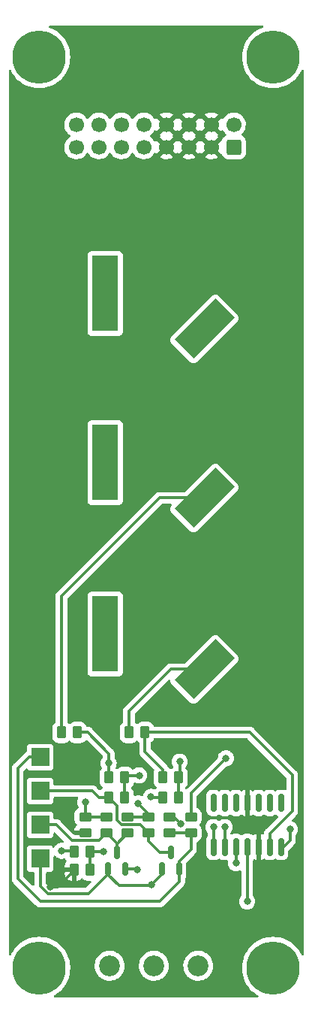
<source format=gbr>
%TF.GenerationSoftware,KiCad,Pcbnew,(6.0.0-0)*%
%TF.CreationDate,2022-11-10T22:51:00-05:00*%
%TF.ProjectId,VCA,5643412e-6b69-4636-9164-5f7063625858,rev?*%
%TF.SameCoordinates,Original*%
%TF.FileFunction,Copper,L2,Bot*%
%TF.FilePolarity,Positive*%
%FSLAX46Y46*%
G04 Gerber Fmt 4.6, Leading zero omitted, Abs format (unit mm)*
G04 Created by KiCad (PCBNEW (6.0.0-0)) date 2022-11-10 22:51:00*
%MOMM*%
%LPD*%
G01*
G04 APERTURE LIST*
G04 Aperture macros list*
%AMRoundRect*
0 Rectangle with rounded corners*
0 $1 Rounding radius*
0 $2 $3 $4 $5 $6 $7 $8 $9 X,Y pos of 4 corners*
0 Add a 4 corners polygon primitive as box body*
4,1,4,$2,$3,$4,$5,$6,$7,$8,$9,$2,$3,0*
0 Add four circle primitives for the rounded corners*
1,1,$1+$1,$2,$3*
1,1,$1+$1,$4,$5*
1,1,$1+$1,$6,$7*
1,1,$1+$1,$8,$9*
0 Add four rect primitives between the rounded corners*
20,1,$1+$1,$2,$3,$4,$5,0*
20,1,$1+$1,$4,$5,$6,$7,0*
20,1,$1+$1,$6,$7,$8,$9,0*
20,1,$1+$1,$8,$9,$2,$3,0*%
%AMRotRect*
0 Rectangle, with rotation*
0 The origin of the aperture is its center*
0 $1 length*
0 $2 width*
0 $3 Rotation angle, in degrees counterclockwise*
0 Add horizontal line*
21,1,$1,$2,0,0,$3*%
G04 Aperture macros list end*
%TA.AperFunction,ComponentPad*%
%ADD10C,2.340000*%
%TD*%
%TA.AperFunction,ComponentPad*%
%ADD11C,0.800000*%
%TD*%
%TA.AperFunction,ComponentPad*%
%ADD12C,6.000000*%
%TD*%
%TA.AperFunction,ComponentPad*%
%ADD13R,3.000000X8.500000*%
%TD*%
%TA.AperFunction,ComponentPad*%
%ADD14RotRect,3.000000X6.500000X315.000000*%
%TD*%
%TA.AperFunction,SMDPad,CuDef*%
%ADD15RoundRect,0.250000X-0.262500X-0.450000X0.262500X-0.450000X0.262500X0.450000X-0.262500X0.450000X0*%
%TD*%
%TA.AperFunction,SMDPad,CuDef*%
%ADD16RoundRect,0.250000X0.450000X-0.262500X0.450000X0.262500X-0.450000X0.262500X-0.450000X-0.262500X0*%
%TD*%
%TA.AperFunction,SMDPad,CuDef*%
%ADD17RoundRect,0.250000X-0.450000X0.262500X-0.450000X-0.262500X0.450000X-0.262500X0.450000X0.262500X0*%
%TD*%
%TA.AperFunction,SMDPad,CuDef*%
%ADD18R,2.000000X2.000000*%
%TD*%
%TA.AperFunction,ComponentPad*%
%ADD19RoundRect,0.250000X0.600000X-0.600000X0.600000X0.600000X-0.600000X0.600000X-0.600000X-0.600000X0*%
%TD*%
%TA.AperFunction,ComponentPad*%
%ADD20C,1.700000*%
%TD*%
%TA.AperFunction,SMDPad,CuDef*%
%ADD21RoundRect,0.150000X0.150000X-0.587500X0.150000X0.587500X-0.150000X0.587500X-0.150000X-0.587500X0*%
%TD*%
%TA.AperFunction,SMDPad,CuDef*%
%ADD22RoundRect,0.250000X0.262500X0.450000X-0.262500X0.450000X-0.262500X-0.450000X0.262500X-0.450000X0*%
%TD*%
%TA.AperFunction,SMDPad,CuDef*%
%ADD23RoundRect,0.150000X0.150000X-0.825000X0.150000X0.825000X-0.150000X0.825000X-0.150000X-0.825000X0*%
%TD*%
%TA.AperFunction,ViaPad*%
%ADD24C,0.800000*%
%TD*%
%TA.AperFunction,Conductor*%
%ADD25C,0.300000*%
%TD*%
%TA.AperFunction,Conductor*%
%ADD26C,0.250000*%
%TD*%
G04 APERTURE END LIST*
D10*
%TO.P,RV1,1,1*%
%TO.N,+12V*%
X127174000Y-143256000D03*
%TO.P,RV1,2,2*%
%TO.N,Net-(R14-Pad2)*%
X122174000Y-143256000D03*
%TO.P,RV1,3,3*%
%TO.N,-12V*%
X117174000Y-143256000D03*
%TD*%
D11*
%TO.P,REF\u002A\u002A,1*%
%TO.N,N/C*%
X135636000Y-38644000D03*
X133386000Y-40894000D03*
X134045010Y-42484990D03*
X137226990Y-42484990D03*
X134045010Y-39303010D03*
X137226990Y-39303010D03*
X135636000Y-43144000D03*
X137886000Y-40894000D03*
D12*
X135636000Y-40894000D03*
%TD*%
D11*
%TO.P,REF\u002A\u002A,1*%
%TO.N,N/C*%
X135636000Y-145760000D03*
X137226990Y-145100990D03*
X137886000Y-143510000D03*
X134045010Y-141919010D03*
X137226990Y-141919010D03*
X133386000Y-143510000D03*
X134045010Y-145100990D03*
X135636000Y-141260000D03*
D12*
X135636000Y-143510000D03*
%TD*%
D11*
%TO.P,REF\u002A\u002A,1*%
%TO.N,N/C*%
X106970000Y-143510000D03*
X109220000Y-145760000D03*
D12*
X109220000Y-143510000D03*
D11*
X109220000Y-141260000D03*
X110810990Y-141919010D03*
X107629010Y-145100990D03*
X107629010Y-141919010D03*
X110810990Y-145100990D03*
X111470000Y-143510000D03*
%TD*%
D13*
%TO.P,J4,*%
%TO.N,*%
X116676000Y-105889000D03*
D14*
%TO.P,J4,1,Pin_1*%
%TO.N,CV*%
X127886000Y-109871000D03*
%TD*%
D11*
%TO.P,REF\u002A\u002A,1*%
%TO.N,N/C*%
X106970000Y-40894000D03*
X109220000Y-43144000D03*
D12*
X109220000Y-40894000D03*
D11*
X111470000Y-40894000D03*
X107629010Y-39303010D03*
X110810990Y-42484990D03*
X110810990Y-39303010D03*
X107629010Y-42484990D03*
X109220000Y-38644000D03*
%TD*%
D13*
%TO.P,J3,*%
%TO.N,*%
X116676000Y-67535000D03*
D14*
%TO.P,J3,1,Pin_1*%
%TO.N,SIGNAL*%
X127886000Y-71517000D03*
%TD*%
D13*
%TO.P,J2,*%
%TO.N,*%
X116676000Y-86585000D03*
D14*
%TO.P,J2,1,Pin_1*%
%TO.N,OUT*%
X127886000Y-90567000D03*
%TD*%
D15*
%TO.P,R1,1*%
%TO.N,CV*%
X119344072Y-116973000D03*
%TO.P,R1,2*%
%TO.N,Net-(R1-Pad2)*%
X121169072Y-116973000D03*
%TD*%
D16*
%TO.P,R10,1*%
%TO.N,GND*%
X114414572Y-128299500D03*
%TO.P,R10,2*%
%TO.N,Net-(R10-Pad2)*%
X114414572Y-126474500D03*
%TD*%
D17*
%TO.P,R7,1*%
%TO.N,+12V*%
X119189772Y-126474500D03*
%TO.P,R7,2*%
%TO.N,Net-(Q2-Pad3)*%
X119189772Y-128299500D03*
%TD*%
D18*
%TO.P,TP2,1,1*%
%TO.N,Net-(Q1-Pad2)*%
X109334572Y-131197000D03*
%TD*%
D19*
%TO.P,J1,1,Pin_1*%
%TO.N,-12V*%
X131191000Y-51044500D03*
D20*
%TO.P,J1,2,Pin_2*%
X131191000Y-48504500D03*
%TO.P,J1,3,Pin_3*%
%TO.N,GND*%
X128651000Y-51044500D03*
%TO.P,J1,4,Pin_4*%
X128651000Y-48504500D03*
%TO.P,J1,5,Pin_5*%
X126111000Y-51044500D03*
%TO.P,J1,6,Pin_6*%
X126111000Y-48504500D03*
%TO.P,J1,7,Pin_7*%
X123571000Y-51044500D03*
%TO.P,J1,8,Pin_8*%
X123571000Y-48504500D03*
%TO.P,J1,9,Pin_9*%
%TO.N,+12V*%
X121031000Y-51044500D03*
%TO.P,J1,10,Pin_10*%
X121031000Y-48504500D03*
%TO.P,J1,11,Pin_11*%
%TO.N,+5V*%
X118491000Y-51044500D03*
%TO.P,J1,12,Pin_12*%
X118491000Y-48504500D03*
%TO.P,J1,13,Pin_13*%
%TO.N,unconnected-(J1-Pad13)*%
X115951000Y-51044500D03*
%TO.P,J1,14,Pin_14*%
X115951000Y-48504500D03*
%TO.P,J1,15,Pin_15*%
%TO.N,unconnected-(J1-Pad15)*%
X113411000Y-51044500D03*
%TO.P,J1,16,Pin_16*%
X113411000Y-48504500D03*
%TD*%
D21*
%TO.P,Q2,1,B*%
%TO.N,Net-(Q2-Pad1)*%
X118920572Y-132388500D03*
%TO.P,Q2,2,E*%
%TO.N,Net-(Q1-Pad2)*%
X117020572Y-132388500D03*
%TO.P,Q2,3,C*%
%TO.N,Net-(Q2-Pad3)*%
X117970572Y-130513500D03*
%TD*%
D18*
%TO.P,TP3,1,1*%
%TO.N,Net-(Q1-Pad3)*%
X109334572Y-123577000D03*
%TD*%
D17*
%TO.P,R6,1*%
%TO.N,+12V*%
X121577372Y-126474500D03*
%TO.P,R6,2*%
%TO.N,Net-(Q1-Pad3)*%
X121577372Y-128299500D03*
%TD*%
D22*
%TO.P,R14,1*%
%TO.N,Net-(Q2-Pad1)*%
X114969572Y-130435000D03*
%TO.P,R14,2*%
%TO.N,Net-(R14-Pad2)*%
X113144572Y-130435000D03*
%TD*%
D15*
%TO.P,R11,1*%
%TO.N,Net-(R11-Pad1)*%
X117058072Y-122053000D03*
%TO.P,R11,2*%
%TO.N,Net-(R11-Pad2)*%
X118883072Y-122053000D03*
%TD*%
D16*
%TO.P,R9,1*%
%TO.N,Net-(Q2-Pad3)*%
X116802172Y-128299500D03*
%TO.P,R9,2*%
%TO.N,Net-(R10-Pad2)*%
X116802172Y-126474500D03*
%TD*%
%TO.P,R3,1*%
%TO.N,Net-(Q1-Pad1)*%
X126352572Y-128299500D03*
%TO.P,R3,2*%
%TO.N,SIGNAL*%
X126352572Y-126474500D03*
%TD*%
D17*
%TO.P,R5,1*%
%TO.N,GND*%
X123964972Y-126474500D03*
%TO.P,R5,2*%
%TO.N,Net-(Q1-Pad1)*%
X123964972Y-128299500D03*
%TD*%
D15*
%TO.P,R8,1*%
%TO.N,Net-(Q1-Pad3)*%
X117058072Y-124339000D03*
%TO.P,R8,2*%
%TO.N,Net-(R11-Pad2)*%
X118883072Y-124339000D03*
%TD*%
D22*
%TO.P,R4,1*%
%TO.N,Net-(R2-Pad2)*%
X124979072Y-124339000D03*
%TO.P,R4,2*%
%TO.N,Net-(Q1-Pad2)*%
X123154072Y-124339000D03*
%TD*%
D21*
%TO.P,Q1,1,B*%
%TO.N,Net-(Q1-Pad1)*%
X125016572Y-132388500D03*
%TO.P,Q1,2,E*%
%TO.N,Net-(Q1-Pad2)*%
X123116572Y-132388500D03*
%TO.P,Q1,3,C*%
%TO.N,Net-(Q1-Pad3)*%
X124066572Y-130513500D03*
%TD*%
D23*
%TO.P,U1,1*%
%TO.N,Net-(R2-Pad2)*%
X136512572Y-129862000D03*
%TO.P,U1,2,-*%
%TO.N,Net-(R1-Pad2)*%
X135242572Y-129862000D03*
%TO.P,U1,3,+*%
%TO.N,GND*%
X133972572Y-129862000D03*
%TO.P,U1,4,V+*%
%TO.N,+12V*%
X132702572Y-129862000D03*
%TO.P,U1,5,+*%
%TO.N,Net-(R10-Pad2)*%
X131432572Y-129862000D03*
%TO.P,U1,6,-*%
%TO.N,Net-(R11-Pad2)*%
X130162572Y-129862000D03*
%TO.P,U1,7*%
%TO.N,Net-(R11-Pad1)*%
X128892572Y-129862000D03*
%TO.P,U1,8*%
%TO.N,unconnected-(U1-Pad8)*%
X128892572Y-124912000D03*
%TO.P,U1,9,-*%
%TO.N,unconnected-(U1-Pad9)*%
X130162572Y-124912000D03*
%TO.P,U1,10,+*%
%TO.N,unconnected-(U1-Pad10)*%
X131432572Y-124912000D03*
%TO.P,U1,11,V-*%
%TO.N,GND*%
X132702572Y-124912000D03*
%TO.P,U1,12,+*%
%TO.N,unconnected-(U1-Pad12)*%
X133972572Y-124912000D03*
%TO.P,U1,13,-*%
%TO.N,unconnected-(U1-Pad13)*%
X135242572Y-124912000D03*
%TO.P,U1,14*%
%TO.N,unconnected-(U1-Pad14)*%
X136512572Y-124912000D03*
%TD*%
D15*
%TO.P,R13,1*%
%TO.N,GND*%
X113144572Y-132467000D03*
%TO.P,R13,2*%
%TO.N,Net-(Q2-Pad1)*%
X114969572Y-132467000D03*
%TD*%
%TO.P,R2,1*%
%TO.N,Net-(R1-Pad2)*%
X123154072Y-122053000D03*
%TO.P,R2,2*%
%TO.N,Net-(R2-Pad2)*%
X124979072Y-122053000D03*
%TD*%
D18*
%TO.P,TP4,1,1*%
%TO.N,Net-(Q2-Pad3)*%
X109334572Y-127387000D03*
%TD*%
D15*
%TO.P,R12,1*%
%TO.N,OUT*%
X111724072Y-116973000D03*
%TO.P,R12,2*%
%TO.N,Net-(R11-Pad1)*%
X113549072Y-116973000D03*
%TD*%
D18*
%TO.P,TP1,1,1*%
%TO.N,Net-(Q1-Pad1)*%
X109334572Y-119767000D03*
%TD*%
D24*
%TO.N,+12V*%
X132702572Y-136004572D03*
X120396000Y-124968000D03*
%TO.N,GND*%
X125222000Y-127254000D03*
X133858000Y-132080000D03*
X110490000Y-134366000D03*
X109474000Y-138430000D03*
%TO.N,SIGNAL*%
X130302000Y-119888000D03*
%TO.N,Net-(Q1-Pad2)*%
X121839521Y-124231373D03*
X121907572Y-134118000D03*
%TO.N,Net-(R2-Pad2)*%
X125082572Y-120275000D03*
X137528572Y-127895000D03*
%TO.N,Net-(R11-Pad2)*%
X130162572Y-127641000D03*
X120510572Y-121811500D03*
%TO.N,Net-(R10-Pad2)*%
X114414572Y-124847000D03*
X131432572Y-131705000D03*
%TO.N,Net-(R11-Pad1)*%
X117058072Y-120425500D03*
X128892572Y-127641000D03*
%TO.N,Net-(Q2-Pad1)*%
X116446572Y-130435000D03*
X120256572Y-132467000D03*
%TO.N,Net-(R14-Pad2)*%
X111760000Y-130302000D03*
%TD*%
D25*
%TO.N,+12V*%
X121577372Y-126474500D02*
X121577372Y-126149372D01*
X119189772Y-126474500D02*
X121577372Y-126474500D01*
X121577372Y-126149372D02*
X120396000Y-124968000D01*
X132702572Y-129862000D02*
X132702572Y-136004572D01*
D26*
%TO.N,GND*%
X111245572Y-134366000D02*
X110490000Y-134366000D01*
X133858000Y-132080000D02*
X133858000Y-129976572D01*
X124442500Y-126474500D02*
X125222000Y-127254000D01*
X113144572Y-132467000D02*
X111245572Y-134366000D01*
X123964972Y-126474500D02*
X124442500Y-126474500D01*
X133858000Y-129976572D02*
X133972572Y-129862000D01*
D25*
%TO.N,CV*%
X127886000Y-109871000D02*
X124063000Y-109871000D01*
X119344072Y-114589928D02*
X119344072Y-116973000D01*
X124063000Y-109871000D02*
X119344072Y-114589928D01*
%TO.N,SIGNAL*%
X128016000Y-122174000D02*
X130302000Y-119888000D01*
X126352572Y-126474500D02*
X126352572Y-123837428D01*
X126352572Y-123837428D02*
X128016000Y-122174000D01*
%TO.N,OUT*%
X127886000Y-90567000D02*
X122793000Y-90567000D01*
X111724072Y-101635928D02*
X111724072Y-116973000D01*
X122793000Y-90567000D02*
X111724072Y-101635928D01*
%TO.N,Net-(Q1-Pad1)*%
X126352572Y-128299500D02*
X123964972Y-128299500D01*
X125016572Y-132388500D02*
X125016572Y-133803000D01*
X106794572Y-121037000D02*
X108064572Y-119767000D01*
X125016572Y-131517000D02*
X125016572Y-132388500D01*
X109334572Y-136023000D02*
X106794572Y-133483000D01*
X108064572Y-119767000D02*
X109334572Y-119767000D01*
X126352572Y-128299500D02*
X126352572Y-130181000D01*
X122796572Y-136023000D02*
X109334572Y-136023000D01*
X125016572Y-133803000D02*
X122796572Y-136023000D01*
X106794572Y-133483000D02*
X106794572Y-121037000D01*
X126352572Y-130181000D02*
X125016572Y-131517000D01*
%TO.N,Net-(Q1-Pad2)*%
X121907572Y-134118000D02*
X121780572Y-134245000D01*
X121947148Y-124339000D02*
X121839521Y-124231373D01*
X109334572Y-134270528D02*
X110179545Y-135115501D01*
X123116572Y-132909000D02*
X121907572Y-134118000D01*
X121780572Y-134245000D02*
X118224572Y-134245000D01*
X114814071Y-135115501D02*
X117020572Y-132909000D01*
X118224572Y-134245000D02*
X117020572Y-133041000D01*
X123154072Y-124339000D02*
X121947148Y-124339000D01*
X117020572Y-133041000D02*
X117020572Y-132388500D01*
X110179545Y-135115501D02*
X114814071Y-135115501D01*
X109334572Y-131197000D02*
X109334572Y-134270528D01*
%TO.N,Net-(Q1-Pad3)*%
X120614392Y-127336520D02*
X118491443Y-127336520D01*
X122875072Y-130513500D02*
X121577372Y-129215800D01*
X115176572Y-123577000D02*
X109334572Y-123577000D01*
X117058072Y-124339000D02*
X115938572Y-124339000D01*
X121577372Y-129215800D02*
X121577372Y-128299500D01*
X117970572Y-125251500D02*
X117058072Y-124339000D01*
X118491443Y-127336520D02*
X117970572Y-126815649D01*
X124066572Y-130513500D02*
X122875072Y-130513500D01*
X121577372Y-128299500D02*
X120614392Y-127336520D01*
X115938572Y-124339000D02*
X115176572Y-123577000D01*
X117970572Y-126815649D02*
X117970572Y-125251500D01*
%TO.N,Net-(Q2-Pad3)*%
X109334572Y-127387000D02*
X111112572Y-127387000D01*
X117970572Y-129518700D02*
X119189772Y-128299500D01*
X115938572Y-129165000D02*
X116802172Y-128301400D01*
X112890572Y-129165000D02*
X115938572Y-129165000D01*
X117970572Y-129467900D02*
X116802172Y-128299500D01*
X111112572Y-127387000D02*
X112890572Y-129165000D01*
X117970572Y-130513500D02*
X117970572Y-129467900D01*
%TO.N,Net-(R1-Pad2)*%
X123154072Y-121140500D02*
X121169072Y-119155500D01*
X137782572Y-121799000D02*
X137782572Y-125863000D01*
X123154072Y-122053000D02*
X123154072Y-121140500D01*
X132956572Y-116973000D02*
X137782572Y-121799000D01*
X121169072Y-119155500D02*
X121169072Y-116973000D01*
X121169072Y-116973000D02*
X132956572Y-116973000D01*
X137782572Y-125863000D02*
X135242572Y-128403000D01*
X135242572Y-128403000D02*
X135242572Y-129862000D01*
%TO.N,Net-(R2-Pad2)*%
X136512572Y-129862000D02*
X136831572Y-129862000D01*
X136831572Y-129862000D02*
X137528572Y-129165000D01*
X124979072Y-122053000D02*
X124979072Y-124339000D01*
X125082572Y-120275000D02*
X125082572Y-121949500D01*
X137528572Y-129165000D02*
X137528572Y-127895000D01*
%TO.N,Net-(R11-Pad2)*%
X119124572Y-121811500D02*
X120510572Y-121811500D01*
X130162572Y-127641000D02*
X130162572Y-129862000D01*
X118883072Y-122053000D02*
X118883072Y-124339000D01*
%TO.N,Net-(R10-Pad2)*%
X131432572Y-129862000D02*
X131432572Y-131705000D01*
X114414572Y-124847000D02*
X114414572Y-126474500D01*
X116802172Y-126474500D02*
X114414572Y-126474500D01*
%TO.N,Net-(R11-Pad1)*%
X117058072Y-120425500D02*
X117058072Y-122053000D01*
X128892572Y-129862000D02*
X128892572Y-127641000D01*
X117058072Y-119362500D02*
X117058072Y-120425500D01*
X113549072Y-116973000D02*
X114668572Y-116973000D01*
X114668572Y-116973000D02*
X117058072Y-119362500D01*
%TO.N,Net-(Q2-Pad1)*%
X116446572Y-130435000D02*
X114969572Y-130435000D01*
X114969572Y-130435000D02*
X114969572Y-132467000D01*
X120178072Y-132388500D02*
X120256572Y-132467000D01*
X118920572Y-132388500D02*
X120178072Y-132388500D01*
%TO.N,Net-(R14-Pad2)*%
X111760000Y-130302000D02*
X113011572Y-130302000D01*
X113011572Y-130302000D02*
X113144572Y-130435000D01*
%TD*%
%TA.AperFunction,Conductor*%
%TO.N,GND*%
G36*
X134497766Y-37358002D02*
G01*
X134544259Y-37411658D01*
X134554363Y-37481932D01*
X134524869Y-37546512D01*
X134474799Y-37581631D01*
X134207006Y-37684427D01*
X134204066Y-37685925D01*
X133882284Y-37849881D01*
X133882277Y-37849885D01*
X133879343Y-37851380D01*
X133570925Y-38051668D01*
X133285133Y-38283098D01*
X133025098Y-38543133D01*
X132793668Y-38828925D01*
X132593380Y-39137343D01*
X132426427Y-39465006D01*
X132294639Y-39808326D01*
X132199459Y-40163541D01*
X132141931Y-40526759D01*
X132122685Y-40894000D01*
X132141931Y-41261241D01*
X132199459Y-41624459D01*
X132294639Y-41979674D01*
X132426427Y-42322994D01*
X132593380Y-42650657D01*
X132793668Y-42959075D01*
X133025098Y-43244867D01*
X133285133Y-43504902D01*
X133570925Y-43736332D01*
X133879342Y-43936620D01*
X133882276Y-43938115D01*
X133882283Y-43938119D01*
X134204066Y-44102075D01*
X134207006Y-44103573D01*
X134550326Y-44235361D01*
X134905541Y-44330541D01*
X135098558Y-44361112D01*
X135265511Y-44387555D01*
X135265519Y-44387556D01*
X135268759Y-44388069D01*
X135636000Y-44407315D01*
X136003241Y-44388069D01*
X136006481Y-44387556D01*
X136006489Y-44387555D01*
X136173442Y-44361112D01*
X136366459Y-44330541D01*
X136721674Y-44235361D01*
X137064994Y-44103573D01*
X137067934Y-44102075D01*
X137389717Y-43938119D01*
X137389724Y-43938115D01*
X137392658Y-43936620D01*
X137701075Y-43736332D01*
X137986867Y-43504902D01*
X138246902Y-43244867D01*
X138478332Y-42959075D01*
X138678620Y-42650657D01*
X138797587Y-42417173D01*
X138826733Y-42359970D01*
X138875481Y-42308355D01*
X138944396Y-42291289D01*
X139011598Y-42314190D01*
X139055750Y-42369787D01*
X139065000Y-42417173D01*
X139065000Y-141986827D01*
X139044998Y-142054948D01*
X138991342Y-142101441D01*
X138921068Y-142111545D01*
X138856488Y-142082051D01*
X138826733Y-142044030D01*
X138680119Y-141756284D01*
X138680115Y-141756277D01*
X138678620Y-141753343D01*
X138565530Y-141579198D01*
X138480134Y-141447700D01*
X138478332Y-141444925D01*
X138246902Y-141159133D01*
X137986867Y-140899098D01*
X137701075Y-140667668D01*
X137392658Y-140467380D01*
X137389724Y-140465885D01*
X137389717Y-140465881D01*
X137067934Y-140301925D01*
X137064994Y-140300427D01*
X136721674Y-140168639D01*
X136366459Y-140073459D01*
X136173442Y-140042888D01*
X136006489Y-140016445D01*
X136006481Y-140016444D01*
X136003241Y-140015931D01*
X135636000Y-139996685D01*
X135268759Y-140015931D01*
X135265519Y-140016444D01*
X135265511Y-140016445D01*
X135098558Y-140042888D01*
X134905541Y-140073459D01*
X134550326Y-140168639D01*
X134207006Y-140300427D01*
X134204066Y-140301925D01*
X133882284Y-140465881D01*
X133882277Y-140465885D01*
X133879343Y-140467380D01*
X133570925Y-140667668D01*
X133285133Y-140899098D01*
X133025098Y-141159133D01*
X132793668Y-141444925D01*
X132791866Y-141447700D01*
X132706471Y-141579198D01*
X132593380Y-141753343D01*
X132591885Y-141756277D01*
X132591881Y-141756284D01*
X132495605Y-141945236D01*
X132426427Y-142081006D01*
X132422842Y-142090345D01*
X132335139Y-142318821D01*
X132294639Y-142424326D01*
X132199459Y-142779541D01*
X132141931Y-143142759D01*
X132122685Y-143510000D01*
X132141931Y-143877241D01*
X132142444Y-143880481D01*
X132142445Y-143880489D01*
X132168888Y-144047442D01*
X132199459Y-144240459D01*
X132294639Y-144595674D01*
X132426427Y-144938994D01*
X132593380Y-145266657D01*
X132793668Y-145575075D01*
X133025098Y-145860867D01*
X133285133Y-146120902D01*
X133570925Y-146352332D01*
X133879342Y-146552620D01*
X133882285Y-146554120D01*
X133882291Y-146554123D01*
X133920778Y-146573733D01*
X133972394Y-146622481D01*
X133989460Y-146691396D01*
X133966560Y-146758597D01*
X133910962Y-146802750D01*
X133863576Y-146812000D01*
X110992424Y-146812000D01*
X110924303Y-146791998D01*
X110877810Y-146738342D01*
X110867706Y-146668068D01*
X110897200Y-146603488D01*
X110935222Y-146573733D01*
X110973709Y-146554123D01*
X110973715Y-146554120D01*
X110976658Y-146552620D01*
X111285075Y-146352332D01*
X111570867Y-146120902D01*
X111830902Y-145860867D01*
X112062332Y-145575075D01*
X112262620Y-145266657D01*
X112429573Y-144938994D01*
X112561361Y-144595674D01*
X112656541Y-144240459D01*
X112687112Y-144047442D01*
X112713555Y-143880489D01*
X112713556Y-143880481D01*
X112714069Y-143877241D01*
X112733315Y-143510000D01*
X112717695Y-143211939D01*
X115491370Y-143211939D01*
X115503339Y-143461131D01*
X115552010Y-143705818D01*
X115636314Y-143940622D01*
X115754398Y-144160386D01*
X115903668Y-144360283D01*
X116080844Y-144535921D01*
X116084606Y-144538679D01*
X116084609Y-144538682D01*
X116274265Y-144677742D01*
X116282036Y-144683440D01*
X116286171Y-144685616D01*
X116286175Y-144685618D01*
X116402009Y-144746561D01*
X116502823Y-144799602D01*
X116738354Y-144881853D01*
X116742947Y-144882725D01*
X116978867Y-144927516D01*
X116978870Y-144927516D01*
X116983456Y-144928387D01*
X117108099Y-144933284D01*
X117228075Y-144937999D01*
X117228081Y-144937999D01*
X117232743Y-144938182D01*
X117330134Y-144927516D01*
X117476087Y-144911532D01*
X117476092Y-144911531D01*
X117480740Y-144911022D01*
X117494919Y-144907289D01*
X117717476Y-144848694D01*
X117717478Y-144848693D01*
X117721999Y-144847503D01*
X117726296Y-144845657D01*
X117946924Y-144750868D01*
X117946926Y-144750867D01*
X117951218Y-144749023D01*
X118061667Y-144680675D01*
X118159391Y-144620202D01*
X118159395Y-144620199D01*
X118163364Y-144617743D01*
X118353775Y-144456548D01*
X118435316Y-144363569D01*
X118515187Y-144272494D01*
X118515191Y-144272489D01*
X118518269Y-144268979D01*
X118534563Y-144243648D01*
X118650703Y-144063087D01*
X118653231Y-144059157D01*
X118755697Y-143831691D01*
X118756967Y-143827188D01*
X118822146Y-143596082D01*
X118822147Y-143596079D01*
X118823416Y-143591578D01*
X118854900Y-143344092D01*
X118857207Y-143256000D01*
X118853933Y-143211939D01*
X120491370Y-143211939D01*
X120503339Y-143461131D01*
X120552010Y-143705818D01*
X120636314Y-143940622D01*
X120754398Y-144160386D01*
X120903668Y-144360283D01*
X121080844Y-144535921D01*
X121084606Y-144538679D01*
X121084609Y-144538682D01*
X121274265Y-144677742D01*
X121282036Y-144683440D01*
X121286171Y-144685616D01*
X121286175Y-144685618D01*
X121402009Y-144746561D01*
X121502823Y-144799602D01*
X121738354Y-144881853D01*
X121742947Y-144882725D01*
X121978867Y-144927516D01*
X121978870Y-144927516D01*
X121983456Y-144928387D01*
X122108099Y-144933284D01*
X122228075Y-144937999D01*
X122228081Y-144937999D01*
X122232743Y-144938182D01*
X122330134Y-144927516D01*
X122476087Y-144911532D01*
X122476092Y-144911531D01*
X122480740Y-144911022D01*
X122494919Y-144907289D01*
X122717476Y-144848694D01*
X122717478Y-144848693D01*
X122721999Y-144847503D01*
X122726296Y-144845657D01*
X122946924Y-144750868D01*
X122946926Y-144750867D01*
X122951218Y-144749023D01*
X123061667Y-144680675D01*
X123159391Y-144620202D01*
X123159395Y-144620199D01*
X123163364Y-144617743D01*
X123353775Y-144456548D01*
X123435316Y-144363569D01*
X123515187Y-144272494D01*
X123515191Y-144272489D01*
X123518269Y-144268979D01*
X123534563Y-144243648D01*
X123650703Y-144063087D01*
X123653231Y-144059157D01*
X123755697Y-143831691D01*
X123756967Y-143827188D01*
X123822146Y-143596082D01*
X123822147Y-143596079D01*
X123823416Y-143591578D01*
X123854900Y-143344092D01*
X123857207Y-143256000D01*
X123853933Y-143211939D01*
X125491370Y-143211939D01*
X125503339Y-143461131D01*
X125552010Y-143705818D01*
X125636314Y-143940622D01*
X125754398Y-144160386D01*
X125903668Y-144360283D01*
X126080844Y-144535921D01*
X126084606Y-144538679D01*
X126084609Y-144538682D01*
X126274265Y-144677742D01*
X126282036Y-144683440D01*
X126286171Y-144685616D01*
X126286175Y-144685618D01*
X126402009Y-144746561D01*
X126502823Y-144799602D01*
X126738354Y-144881853D01*
X126742947Y-144882725D01*
X126978867Y-144927516D01*
X126978870Y-144927516D01*
X126983456Y-144928387D01*
X127108099Y-144933284D01*
X127228075Y-144937999D01*
X127228081Y-144937999D01*
X127232743Y-144938182D01*
X127330134Y-144927516D01*
X127476087Y-144911532D01*
X127476092Y-144911531D01*
X127480740Y-144911022D01*
X127494919Y-144907289D01*
X127717476Y-144848694D01*
X127717478Y-144848693D01*
X127721999Y-144847503D01*
X127726296Y-144845657D01*
X127946924Y-144750868D01*
X127946926Y-144750867D01*
X127951218Y-144749023D01*
X128061667Y-144680675D01*
X128159391Y-144620202D01*
X128159395Y-144620199D01*
X128163364Y-144617743D01*
X128353775Y-144456548D01*
X128435316Y-144363569D01*
X128515187Y-144272494D01*
X128515191Y-144272489D01*
X128518269Y-144268979D01*
X128534563Y-144243648D01*
X128650703Y-144063087D01*
X128653231Y-144059157D01*
X128755697Y-143831691D01*
X128756967Y-143827188D01*
X128822146Y-143596082D01*
X128822147Y-143596079D01*
X128823416Y-143591578D01*
X128854900Y-143344092D01*
X128857207Y-143256000D01*
X128838718Y-143007206D01*
X128783659Y-142763878D01*
X128778806Y-142751398D01*
X128694931Y-142535714D01*
X128694930Y-142535712D01*
X128693238Y-142531361D01*
X128569442Y-142314763D01*
X128414990Y-142118842D01*
X128233276Y-141947902D01*
X128117160Y-141867350D01*
X128032130Y-141808362D01*
X128032125Y-141808359D01*
X128028292Y-141805700D01*
X128024110Y-141803637D01*
X128024102Y-141803633D01*
X127808728Y-141697423D01*
X127808725Y-141697422D01*
X127804540Y-141695358D01*
X127566937Y-141619300D01*
X127562330Y-141618550D01*
X127562327Y-141618549D01*
X127325312Y-141579949D01*
X127325313Y-141579949D01*
X127320701Y-141579198D01*
X127199753Y-141577615D01*
X127075920Y-141575994D01*
X127075917Y-141575994D01*
X127071243Y-141575933D01*
X126824042Y-141609575D01*
X126819556Y-141610883D01*
X126819554Y-141610883D01*
X126790677Y-141619300D01*
X126584528Y-141679387D01*
X126357965Y-141783834D01*
X126354056Y-141786397D01*
X126153242Y-141918056D01*
X126153237Y-141918060D01*
X126149329Y-141920622D01*
X126075152Y-141986827D01*
X126022061Y-142034213D01*
X125963202Y-142086746D01*
X125803675Y-142278557D01*
X125674252Y-142491840D01*
X125577775Y-142721911D01*
X125576624Y-142726443D01*
X125576623Y-142726446D01*
X125567117Y-142763878D01*
X125516365Y-142963714D01*
X125491370Y-143211939D01*
X123853933Y-143211939D01*
X123838718Y-143007206D01*
X123783659Y-142763878D01*
X123778806Y-142751398D01*
X123694931Y-142535714D01*
X123694930Y-142535712D01*
X123693238Y-142531361D01*
X123569442Y-142314763D01*
X123414990Y-142118842D01*
X123233276Y-141947902D01*
X123117160Y-141867350D01*
X123032130Y-141808362D01*
X123032125Y-141808359D01*
X123028292Y-141805700D01*
X123024110Y-141803637D01*
X123024102Y-141803633D01*
X122808728Y-141697423D01*
X122808725Y-141697422D01*
X122804540Y-141695358D01*
X122566937Y-141619300D01*
X122562330Y-141618550D01*
X122562327Y-141618549D01*
X122325312Y-141579949D01*
X122325313Y-141579949D01*
X122320701Y-141579198D01*
X122199753Y-141577615D01*
X122075920Y-141575994D01*
X122075917Y-141575994D01*
X122071243Y-141575933D01*
X121824042Y-141609575D01*
X121819556Y-141610883D01*
X121819554Y-141610883D01*
X121790677Y-141619300D01*
X121584528Y-141679387D01*
X121357965Y-141783834D01*
X121354056Y-141786397D01*
X121153242Y-141918056D01*
X121153237Y-141918060D01*
X121149329Y-141920622D01*
X121075152Y-141986827D01*
X121022061Y-142034213D01*
X120963202Y-142086746D01*
X120803675Y-142278557D01*
X120674252Y-142491840D01*
X120577775Y-142721911D01*
X120576624Y-142726443D01*
X120576623Y-142726446D01*
X120567117Y-142763878D01*
X120516365Y-142963714D01*
X120491370Y-143211939D01*
X118853933Y-143211939D01*
X118838718Y-143007206D01*
X118783659Y-142763878D01*
X118778806Y-142751398D01*
X118694931Y-142535714D01*
X118694930Y-142535712D01*
X118693238Y-142531361D01*
X118569442Y-142314763D01*
X118414990Y-142118842D01*
X118233276Y-141947902D01*
X118117160Y-141867350D01*
X118032130Y-141808362D01*
X118032125Y-141808359D01*
X118028292Y-141805700D01*
X118024110Y-141803637D01*
X118024102Y-141803633D01*
X117808728Y-141697423D01*
X117808725Y-141697422D01*
X117804540Y-141695358D01*
X117566937Y-141619300D01*
X117562330Y-141618550D01*
X117562327Y-141618549D01*
X117325312Y-141579949D01*
X117325313Y-141579949D01*
X117320701Y-141579198D01*
X117199753Y-141577615D01*
X117075920Y-141575994D01*
X117075917Y-141575994D01*
X117071243Y-141575933D01*
X116824042Y-141609575D01*
X116819556Y-141610883D01*
X116819554Y-141610883D01*
X116790677Y-141619300D01*
X116584528Y-141679387D01*
X116357965Y-141783834D01*
X116354056Y-141786397D01*
X116153242Y-141918056D01*
X116153237Y-141918060D01*
X116149329Y-141920622D01*
X116075152Y-141986827D01*
X116022061Y-142034213D01*
X115963202Y-142086746D01*
X115803675Y-142278557D01*
X115674252Y-142491840D01*
X115577775Y-142721911D01*
X115576624Y-142726443D01*
X115576623Y-142726446D01*
X115567117Y-142763878D01*
X115516365Y-142963714D01*
X115491370Y-143211939D01*
X112717695Y-143211939D01*
X112714069Y-143142759D01*
X112656541Y-142779541D01*
X112561361Y-142424326D01*
X112520862Y-142318821D01*
X112433158Y-142090345D01*
X112429573Y-142081006D01*
X112360395Y-141945236D01*
X112264119Y-141756284D01*
X112264115Y-141756277D01*
X112262620Y-141753343D01*
X112149530Y-141579198D01*
X112064134Y-141447700D01*
X112062332Y-141444925D01*
X111830902Y-141159133D01*
X111570867Y-140899098D01*
X111285075Y-140667668D01*
X110976658Y-140467380D01*
X110973724Y-140465885D01*
X110973717Y-140465881D01*
X110651934Y-140301925D01*
X110648994Y-140300427D01*
X110305674Y-140168639D01*
X109950459Y-140073459D01*
X109757442Y-140042888D01*
X109590489Y-140016445D01*
X109590481Y-140016444D01*
X109587241Y-140015931D01*
X109220000Y-139996685D01*
X108852759Y-140015931D01*
X108849519Y-140016444D01*
X108849511Y-140016445D01*
X108682558Y-140042888D01*
X108489541Y-140073459D01*
X108134326Y-140168639D01*
X107791006Y-140300427D01*
X107788066Y-140301925D01*
X107466284Y-140465881D01*
X107466277Y-140465885D01*
X107463343Y-140467380D01*
X107154925Y-140667668D01*
X106869133Y-140899098D01*
X106609098Y-141159133D01*
X106377668Y-141444925D01*
X106375866Y-141447700D01*
X106290471Y-141579198D01*
X106177380Y-141753343D01*
X106175885Y-141756277D01*
X106175881Y-141756284D01*
X106029267Y-142044030D01*
X105980519Y-142095645D01*
X105911604Y-142112711D01*
X105844402Y-142089810D01*
X105800250Y-142034213D01*
X105791000Y-141986827D01*
X105791000Y-121016152D01*
X106131166Y-121016152D01*
X106134643Y-121052929D01*
X106135513Y-121062138D01*
X106136072Y-121073996D01*
X106136072Y-133400944D01*
X106135513Y-133412800D01*
X106133784Y-133420537D01*
X106134033Y-133428459D01*
X106136010Y-133491369D01*
X106136072Y-133495327D01*
X106136072Y-133524432D01*
X106136628Y-133528832D01*
X106137560Y-133540664D01*
X106139010Y-133586831D01*
X106144236Y-133604816D01*
X106144991Y-133607416D01*
X106149002Y-133626782D01*
X106151690Y-133648064D01*
X106154606Y-133655429D01*
X106154607Y-133655433D01*
X106168698Y-133691021D01*
X106172537Y-133702231D01*
X106185427Y-133746600D01*
X106196347Y-133765065D01*
X106205038Y-133782805D01*
X106212937Y-133802756D01*
X106240088Y-133840126D01*
X106246605Y-133850048D01*
X106266079Y-133882977D01*
X106266082Y-133882981D01*
X106270119Y-133889807D01*
X106285283Y-133904971D01*
X106298123Y-133920004D01*
X106310731Y-133937357D01*
X106339708Y-133961329D01*
X106346324Y-133966802D01*
X106355104Y-133974792D01*
X108810913Y-136430600D01*
X108818903Y-136439381D01*
X108818911Y-136439390D01*
X108823156Y-136446080D01*
X108845086Y-136466674D01*
X108874846Y-136494620D01*
X108877688Y-136497375D01*
X108898239Y-136517926D01*
X108901373Y-136520357D01*
X108901735Y-136520638D01*
X108910763Y-136528348D01*
X108944439Y-136559972D01*
X108951390Y-136563793D01*
X108951391Y-136563794D01*
X108963227Y-136570301D01*
X108979756Y-136581158D01*
X108990441Y-136589447D01*
X108990443Y-136589448D01*
X108996703Y-136594304D01*
X109039116Y-136612657D01*
X109049753Y-136617868D01*
X109090235Y-136640124D01*
X109097914Y-136642096D01*
X109097915Y-136642096D01*
X109111006Y-136645457D01*
X109129708Y-136651859D01*
X109149395Y-136660379D01*
X109157224Y-136661619D01*
X109195020Y-136667605D01*
X109206646Y-136670013D01*
X109243707Y-136679529D01*
X109243708Y-136679529D01*
X109251384Y-136681500D01*
X109272830Y-136681500D01*
X109292540Y-136683051D01*
X109313723Y-136686406D01*
X109359707Y-136682059D01*
X109371566Y-136681500D01*
X122714516Y-136681500D01*
X122726372Y-136682059D01*
X122726375Y-136682059D01*
X122734109Y-136683788D01*
X122804941Y-136681562D01*
X122808899Y-136681500D01*
X122838004Y-136681500D01*
X122842404Y-136680944D01*
X122854236Y-136680012D01*
X122900403Y-136678562D01*
X122920993Y-136672580D01*
X122940354Y-136668570D01*
X122947996Y-136667605D01*
X122953776Y-136666875D01*
X122953777Y-136666875D01*
X122961636Y-136665882D01*
X122969001Y-136662966D01*
X122969005Y-136662965D01*
X123004593Y-136648874D01*
X123015803Y-136645035D01*
X123060172Y-136632145D01*
X123078637Y-136621225D01*
X123096377Y-136612534D01*
X123116328Y-136604635D01*
X123153701Y-136577482D01*
X123163620Y-136570967D01*
X123196549Y-136551493D01*
X123196553Y-136551490D01*
X123203379Y-136547453D01*
X123218543Y-136532289D01*
X123233577Y-136519448D01*
X123244515Y-136511501D01*
X123250929Y-136506841D01*
X123280375Y-136471247D01*
X123288364Y-136462468D01*
X125424177Y-134326655D01*
X125432957Y-134318665D01*
X125432959Y-134318663D01*
X125439652Y-134314416D01*
X125488177Y-134262742D01*
X125490931Y-134259901D01*
X125511499Y-134239333D01*
X125514219Y-134235826D01*
X125521925Y-134226804D01*
X125548116Y-134198913D01*
X125553544Y-134193133D01*
X125559547Y-134182214D01*
X125563875Y-134174342D01*
X125574729Y-134157818D01*
X125583017Y-134147132D01*
X125587876Y-134140868D01*
X125598396Y-134116558D01*
X125606226Y-134098465D01*
X125611448Y-134087805D01*
X125629877Y-134054284D01*
X125629878Y-134054282D01*
X125633696Y-134047337D01*
X125639031Y-134026559D01*
X125645430Y-134007869D01*
X125653952Y-133988176D01*
X125661178Y-133942552D01*
X125663585Y-133930929D01*
X125673100Y-133893868D01*
X125675072Y-133886188D01*
X125675072Y-133864741D01*
X125676623Y-133845031D01*
X125678738Y-133831677D01*
X125679978Y-133823848D01*
X125675631Y-133777859D01*
X125675072Y-133766004D01*
X125675072Y-133444251D01*
X125692619Y-133380112D01*
X125771680Y-133246427D01*
X125775717Y-133239601D01*
X125784064Y-133210872D01*
X125795184Y-133172596D01*
X125822134Y-133079831D01*
X125823207Y-133066206D01*
X125824879Y-133044958D01*
X125824879Y-133044950D01*
X125825072Y-133042502D01*
X125825072Y-131734498D01*
X125822717Y-131704578D01*
X125837313Y-131635099D01*
X125859234Y-131605597D01*
X126760172Y-130704659D01*
X126768953Y-130696669D01*
X126768962Y-130696661D01*
X126775652Y-130692416D01*
X126824192Y-130640726D01*
X126826946Y-130637885D01*
X126847498Y-130617333D01*
X126850210Y-130613837D01*
X126857921Y-130604808D01*
X126884116Y-130576913D01*
X126889544Y-130571133D01*
X126899873Y-130552345D01*
X126910730Y-130535816D01*
X126919019Y-130525131D01*
X126919020Y-130525129D01*
X126923876Y-130518869D01*
X126942229Y-130476456D01*
X126947440Y-130465819D01*
X126969696Y-130425337D01*
X126975029Y-130404566D01*
X126981431Y-130385864D01*
X126989951Y-130366177D01*
X126997177Y-130320552D01*
X126999585Y-130308926D01*
X127009101Y-130271865D01*
X127009101Y-130271864D01*
X127011072Y-130264188D01*
X127011072Y-130242742D01*
X127012623Y-130223031D01*
X127014738Y-130209678D01*
X127015978Y-130201849D01*
X127011631Y-130155864D01*
X127011072Y-130144006D01*
X127011072Y-129382857D01*
X127031074Y-129314736D01*
X127084730Y-129268243D01*
X127097194Y-129263334D01*
X127119567Y-129255870D01*
X127119574Y-129255867D01*
X127126518Y-129253550D01*
X127276920Y-129160478D01*
X127401877Y-129035303D01*
X127441890Y-128970391D01*
X127490847Y-128890968D01*
X127490848Y-128890966D01*
X127494687Y-128884738D01*
X127550369Y-128716861D01*
X127561072Y-128612400D01*
X127561072Y-127986600D01*
X127559855Y-127974866D01*
X127550810Y-127887692D01*
X127550809Y-127887688D01*
X127550098Y-127880834D01*
X127531259Y-127824365D01*
X127496440Y-127720002D01*
X127494122Y-127713054D01*
X127449533Y-127641000D01*
X127979068Y-127641000D01*
X127979758Y-127647565D01*
X127983538Y-127683525D01*
X127999030Y-127830928D01*
X128058045Y-128012556D01*
X128061348Y-128018278D01*
X128061349Y-128018279D01*
X128077065Y-128045500D01*
X128153532Y-128177944D01*
X128157950Y-128182851D01*
X128157951Y-128182852D01*
X128201708Y-128231449D01*
X128232426Y-128295456D01*
X128234072Y-128315759D01*
X128234072Y-128568749D01*
X128216525Y-128632888D01*
X128133427Y-128773399D01*
X128087010Y-128933169D01*
X128086506Y-128939574D01*
X128086505Y-128939579D01*
X128084265Y-128968042D01*
X128084072Y-128970498D01*
X128084072Y-130753502D01*
X128087010Y-130790831D01*
X128111288Y-130874396D01*
X128129354Y-130936580D01*
X128133427Y-130950601D01*
X128137464Y-130957427D01*
X128214081Y-131086980D01*
X128214083Y-131086983D01*
X128218119Y-131093807D01*
X128335765Y-131211453D01*
X128342589Y-131215489D01*
X128342592Y-131215491D01*
X128432074Y-131268410D01*
X128478971Y-131296145D01*
X128486582Y-131298356D01*
X128486584Y-131298357D01*
X128496057Y-131301109D01*
X128638741Y-131342562D01*
X128645146Y-131343066D01*
X128645151Y-131343067D01*
X128673614Y-131345307D01*
X128673622Y-131345307D01*
X128676070Y-131345500D01*
X129109074Y-131345500D01*
X129111522Y-131345307D01*
X129111530Y-131345307D01*
X129139993Y-131343067D01*
X129139998Y-131343066D01*
X129146403Y-131342562D01*
X129289087Y-131301109D01*
X129298560Y-131298357D01*
X129298562Y-131298356D01*
X129306173Y-131296145D01*
X129449379Y-131211453D01*
X129452061Y-131208771D01*
X129516433Y-131183498D01*
X129586056Y-131197400D01*
X129601884Y-131207572D01*
X129605765Y-131211453D01*
X129748971Y-131296145D01*
X129756582Y-131298356D01*
X129756584Y-131298357D01*
X129766057Y-131301109D01*
X129908741Y-131342562D01*
X129915146Y-131343066D01*
X129915151Y-131343067D01*
X129943614Y-131345307D01*
X129943622Y-131345307D01*
X129946070Y-131345500D01*
X130379074Y-131345500D01*
X130381521Y-131345307D01*
X130381531Y-131345307D01*
X130411780Y-131342926D01*
X130481260Y-131357522D01*
X130531820Y-131407365D01*
X130547406Y-131476629D01*
X130541499Y-131507474D01*
X130539030Y-131515072D01*
X130538340Y-131521633D01*
X130538340Y-131521635D01*
X130527166Y-131627949D01*
X130519068Y-131705000D01*
X130519758Y-131711565D01*
X130535447Y-131860834D01*
X130539030Y-131894928D01*
X130598045Y-132076556D01*
X130693532Y-132241944D01*
X130697950Y-132246851D01*
X130697951Y-132246852D01*
X130816897Y-132378955D01*
X130821319Y-132383866D01*
X130903680Y-132443705D01*
X130944779Y-132473565D01*
X130975820Y-132496118D01*
X130981848Y-132498802D01*
X130981850Y-132498803D01*
X131119888Y-132560261D01*
X131150284Y-132573794D01*
X131243684Y-132593647D01*
X131330628Y-132612128D01*
X131330633Y-132612128D01*
X131337085Y-132613500D01*
X131528059Y-132613500D01*
X131534511Y-132612128D01*
X131534516Y-132612128D01*
X131621460Y-132593647D01*
X131714860Y-132573794D01*
X131761383Y-132553081D01*
X131866823Y-132506136D01*
X131937190Y-132496702D01*
X132001487Y-132526809D01*
X132039301Y-132586897D01*
X132044072Y-132621243D01*
X132044072Y-135329813D01*
X132024070Y-135397934D01*
X132011708Y-135414123D01*
X131963532Y-135467628D01*
X131868045Y-135633016D01*
X131809030Y-135814644D01*
X131789068Y-136004572D01*
X131809030Y-136194500D01*
X131868045Y-136376128D01*
X131963532Y-136541516D01*
X131967950Y-136546423D01*
X131967951Y-136546424D01*
X132077063Y-136667605D01*
X132091319Y-136683438D01*
X132245820Y-136795690D01*
X132251848Y-136798374D01*
X132251850Y-136798375D01*
X132414253Y-136870681D01*
X132420284Y-136873366D01*
X132513684Y-136893219D01*
X132600628Y-136911700D01*
X132600633Y-136911700D01*
X132607085Y-136913072D01*
X132798059Y-136913072D01*
X132804511Y-136911700D01*
X132804516Y-136911700D01*
X132891460Y-136893219D01*
X132984860Y-136873366D01*
X132990891Y-136870681D01*
X133153294Y-136798375D01*
X133153296Y-136798374D01*
X133159324Y-136795690D01*
X133313825Y-136683438D01*
X133328081Y-136667605D01*
X133437193Y-136546424D01*
X133437194Y-136546423D01*
X133441612Y-136541516D01*
X133537099Y-136376128D01*
X133596114Y-136194500D01*
X133616076Y-136004572D01*
X133596114Y-135814644D01*
X133537099Y-135633016D01*
X133441612Y-135467628D01*
X133393436Y-135414123D01*
X133362718Y-135350116D01*
X133361072Y-135329813D01*
X133361072Y-131399428D01*
X133381074Y-131331307D01*
X133434730Y-131284814D01*
X133505004Y-131274710D01*
X133544956Y-131288773D01*
X133545074Y-131288499D01*
X133548977Y-131290188D01*
X133551210Y-131290974D01*
X133552347Y-131291646D01*
X133566782Y-131297893D01*
X133701177Y-131336939D01*
X133715278Y-131336899D01*
X133718572Y-131329630D01*
X133718572Y-128400122D01*
X133714599Y-128386591D01*
X133706701Y-128385456D01*
X133566782Y-128426107D01*
X133552351Y-128432352D01*
X133422896Y-128508910D01*
X133415208Y-128514874D01*
X133349123Y-128540821D01*
X133279500Y-128526920D01*
X133263414Y-128516582D01*
X133259379Y-128512547D01*
X133229902Y-128495114D01*
X133153456Y-128449904D01*
X133116173Y-128427855D01*
X133108562Y-128425644D01*
X133108560Y-128425643D01*
X133020714Y-128400122D01*
X132956403Y-128381438D01*
X132949998Y-128380934D01*
X132949993Y-128380933D01*
X132921530Y-128378693D01*
X132921522Y-128378693D01*
X132919074Y-128378500D01*
X132486070Y-128378500D01*
X132483622Y-128378693D01*
X132483614Y-128378693D01*
X132455151Y-128380933D01*
X132455146Y-128380934D01*
X132448741Y-128381438D01*
X132384430Y-128400122D01*
X132296584Y-128425643D01*
X132296582Y-128425644D01*
X132288971Y-128427855D01*
X132145765Y-128512547D01*
X132143083Y-128515229D01*
X132078711Y-128540502D01*
X132009088Y-128526600D01*
X131993260Y-128516428D01*
X131989379Y-128512547D01*
X131846173Y-128427855D01*
X131838562Y-128425644D01*
X131838560Y-128425643D01*
X131750714Y-128400122D01*
X131686403Y-128381438D01*
X131679998Y-128380934D01*
X131679993Y-128380933D01*
X131651530Y-128378693D01*
X131651522Y-128378693D01*
X131649074Y-128378500D01*
X131216070Y-128378500D01*
X131213622Y-128378693D01*
X131213614Y-128378693D01*
X131185151Y-128380933D01*
X131185146Y-128380934D01*
X131178741Y-128381438D01*
X131114430Y-128400122D01*
X131026584Y-128425643D01*
X131026582Y-128425644D01*
X131018971Y-128427855D01*
X131011207Y-128432446D01*
X131010376Y-128432657D01*
X131004875Y-128435038D01*
X131004491Y-128434150D01*
X130942392Y-128449904D01*
X130875061Y-128427386D01*
X130830593Y-128372040D01*
X130821072Y-128323991D01*
X130821072Y-128315759D01*
X130841074Y-128247638D01*
X130853436Y-128231449D01*
X130897193Y-128182852D01*
X130897194Y-128182851D01*
X130901612Y-128177944D01*
X130978079Y-128045500D01*
X130993795Y-128018279D01*
X130993796Y-128018278D01*
X130997099Y-128012556D01*
X131056114Y-127830928D01*
X131071607Y-127683525D01*
X131075386Y-127647565D01*
X131076076Y-127641000D01*
X131058757Y-127476216D01*
X131056804Y-127457635D01*
X131056804Y-127457633D01*
X131056114Y-127451072D01*
X130997099Y-127269444D01*
X130901612Y-127104056D01*
X130867318Y-127065968D01*
X130778247Y-126967045D01*
X130778246Y-126967044D01*
X130773825Y-126962134D01*
X130619324Y-126849882D01*
X130613296Y-126847198D01*
X130613294Y-126847197D01*
X130450891Y-126774891D01*
X130450890Y-126774891D01*
X130444860Y-126772206D01*
X130338602Y-126749620D01*
X130264516Y-126733872D01*
X130264511Y-126733872D01*
X130258059Y-126732500D01*
X130067085Y-126732500D01*
X130060633Y-126733872D01*
X130060628Y-126733872D01*
X129986542Y-126749620D01*
X129880284Y-126772206D01*
X129874254Y-126774891D01*
X129874253Y-126774891D01*
X129711850Y-126847197D01*
X129711848Y-126847198D01*
X129705820Y-126849882D01*
X129601632Y-126925579D01*
X129534766Y-126949437D01*
X129465614Y-126933357D01*
X129453516Y-126925582D01*
X129349324Y-126849882D01*
X129343296Y-126847198D01*
X129343294Y-126847197D01*
X129180891Y-126774891D01*
X129180890Y-126774891D01*
X129174860Y-126772206D01*
X129068602Y-126749620D01*
X128994516Y-126733872D01*
X128994511Y-126733872D01*
X128988059Y-126732500D01*
X128797085Y-126732500D01*
X128790633Y-126733872D01*
X128790628Y-126733872D01*
X128716542Y-126749620D01*
X128610284Y-126772206D01*
X128604254Y-126774891D01*
X128604253Y-126774891D01*
X128441850Y-126847197D01*
X128441848Y-126847198D01*
X128435820Y-126849882D01*
X128281319Y-126962134D01*
X128276898Y-126967044D01*
X128276897Y-126967045D01*
X128187827Y-127065968D01*
X128153532Y-127104056D01*
X128058045Y-127269444D01*
X127999030Y-127451072D01*
X127998340Y-127457633D01*
X127998340Y-127457635D01*
X127996387Y-127476216D01*
X127979068Y-127641000D01*
X127449533Y-127641000D01*
X127401050Y-127562652D01*
X127314463Y-127476216D01*
X127280384Y-127413934D01*
X127285387Y-127343114D01*
X127314308Y-127298025D01*
X127396706Y-127215483D01*
X127401877Y-127210303D01*
X127441890Y-127145391D01*
X127490847Y-127065968D01*
X127490848Y-127065966D01*
X127494687Y-127059738D01*
X127531272Y-126949437D01*
X127548204Y-126898389D01*
X127548204Y-126898387D01*
X127550369Y-126891861D01*
X127554273Y-126853763D01*
X127560744Y-126790598D01*
X127561072Y-126787400D01*
X127561072Y-126161600D01*
X127560735Y-126158350D01*
X127550810Y-126062692D01*
X127550809Y-126062688D01*
X127550098Y-126055834D01*
X127547544Y-126048177D01*
X127496440Y-125895002D01*
X127494122Y-125888054D01*
X127441799Y-125803502D01*
X128084072Y-125803502D01*
X128084265Y-125805950D01*
X128084265Y-125805958D01*
X128085056Y-125816000D01*
X128087010Y-125840831D01*
X128133427Y-126000601D01*
X128147111Y-126023739D01*
X128214081Y-126136980D01*
X128214083Y-126136983D01*
X128218119Y-126143807D01*
X128335765Y-126261453D01*
X128342588Y-126265488D01*
X128342592Y-126265491D01*
X128385961Y-126291139D01*
X128478971Y-126346145D01*
X128486582Y-126348356D01*
X128486584Y-126348357D01*
X128504862Y-126353667D01*
X128638741Y-126392562D01*
X128645146Y-126393066D01*
X128645151Y-126393067D01*
X128673614Y-126395307D01*
X128673622Y-126395307D01*
X128676070Y-126395500D01*
X129109074Y-126395500D01*
X129111522Y-126395307D01*
X129111530Y-126395307D01*
X129139993Y-126393067D01*
X129139998Y-126393066D01*
X129146403Y-126392562D01*
X129280282Y-126353667D01*
X129298560Y-126348357D01*
X129298562Y-126348356D01*
X129306173Y-126346145D01*
X129449379Y-126261453D01*
X129452061Y-126258771D01*
X129516433Y-126233498D01*
X129586056Y-126247400D01*
X129601884Y-126257572D01*
X129605765Y-126261453D01*
X129748971Y-126346145D01*
X129756582Y-126348356D01*
X129756584Y-126348357D01*
X129774862Y-126353667D01*
X129908741Y-126392562D01*
X129915146Y-126393066D01*
X129915151Y-126393067D01*
X129943614Y-126395307D01*
X129943622Y-126395307D01*
X129946070Y-126395500D01*
X130379074Y-126395500D01*
X130381522Y-126395307D01*
X130381530Y-126395307D01*
X130409993Y-126393067D01*
X130409998Y-126393066D01*
X130416403Y-126392562D01*
X130550282Y-126353667D01*
X130568560Y-126348357D01*
X130568562Y-126348356D01*
X130576173Y-126346145D01*
X130719379Y-126261453D01*
X130722061Y-126258771D01*
X130786433Y-126233498D01*
X130856056Y-126247400D01*
X130871884Y-126257572D01*
X130875765Y-126261453D01*
X131018971Y-126346145D01*
X131026582Y-126348356D01*
X131026584Y-126348357D01*
X131044862Y-126353667D01*
X131178741Y-126392562D01*
X131185146Y-126393066D01*
X131185151Y-126393067D01*
X131213614Y-126395307D01*
X131213622Y-126395307D01*
X131216070Y-126395500D01*
X131649074Y-126395500D01*
X131651522Y-126395307D01*
X131651530Y-126395307D01*
X131679993Y-126393067D01*
X131679998Y-126393066D01*
X131686403Y-126392562D01*
X131820282Y-126353667D01*
X131838560Y-126348357D01*
X131838562Y-126348356D01*
X131846173Y-126346145D01*
X131989379Y-126261453D01*
X131992319Y-126258513D01*
X132056843Y-126233179D01*
X132126466Y-126247080D01*
X132145212Y-126259129D01*
X132152895Y-126265089D01*
X132282351Y-126341648D01*
X132296782Y-126347893D01*
X132431177Y-126386939D01*
X132445278Y-126386899D01*
X132448572Y-126379630D01*
X132448572Y-123450122D01*
X132444599Y-123436591D01*
X132436701Y-123435456D01*
X132296782Y-123476107D01*
X132282351Y-123482352D01*
X132152896Y-123558910D01*
X132145208Y-123564874D01*
X132079123Y-123590821D01*
X132009500Y-123576920D01*
X131993414Y-123566582D01*
X131989379Y-123562547D01*
X131980707Y-123557418D01*
X131852999Y-123481892D01*
X131853000Y-123481892D01*
X131846173Y-123477855D01*
X131838562Y-123475644D01*
X131838560Y-123475643D01*
X131750714Y-123450122D01*
X131686403Y-123431438D01*
X131679998Y-123430934D01*
X131679993Y-123430933D01*
X131651530Y-123428693D01*
X131651522Y-123428693D01*
X131649074Y-123428500D01*
X131216070Y-123428500D01*
X131213622Y-123428693D01*
X131213614Y-123428693D01*
X131185151Y-123430933D01*
X131185146Y-123430934D01*
X131178741Y-123431438D01*
X131114430Y-123450122D01*
X131026584Y-123475643D01*
X131026582Y-123475644D01*
X131018971Y-123477855D01*
X130875765Y-123562547D01*
X130873083Y-123565229D01*
X130808711Y-123590502D01*
X130739088Y-123576600D01*
X130723260Y-123566428D01*
X130719379Y-123562547D01*
X130576173Y-123477855D01*
X130568562Y-123475644D01*
X130568560Y-123475643D01*
X130480714Y-123450122D01*
X130416403Y-123431438D01*
X130409998Y-123430934D01*
X130409993Y-123430933D01*
X130381530Y-123428693D01*
X130381522Y-123428693D01*
X130379074Y-123428500D01*
X129946070Y-123428500D01*
X129943622Y-123428693D01*
X129943614Y-123428693D01*
X129915151Y-123430933D01*
X129915146Y-123430934D01*
X129908741Y-123431438D01*
X129844430Y-123450122D01*
X129756584Y-123475643D01*
X129756582Y-123475644D01*
X129748971Y-123477855D01*
X129605765Y-123562547D01*
X129603083Y-123565229D01*
X129538711Y-123590502D01*
X129469088Y-123576600D01*
X129453260Y-123566428D01*
X129449379Y-123562547D01*
X129306173Y-123477855D01*
X129298562Y-123475644D01*
X129298560Y-123475643D01*
X129210714Y-123450122D01*
X129146403Y-123431438D01*
X129139998Y-123430934D01*
X129139993Y-123430933D01*
X129111530Y-123428693D01*
X129111522Y-123428693D01*
X129109074Y-123428500D01*
X128676070Y-123428500D01*
X128673622Y-123428693D01*
X128673614Y-123428693D01*
X128645151Y-123430933D01*
X128645146Y-123430934D01*
X128638741Y-123431438D01*
X128574430Y-123450122D01*
X128486584Y-123475643D01*
X128486582Y-123475644D01*
X128478971Y-123477855D01*
X128472144Y-123481892D01*
X128472145Y-123481892D01*
X128342592Y-123558509D01*
X128342589Y-123558511D01*
X128335765Y-123562547D01*
X128218119Y-123680193D01*
X128214083Y-123687017D01*
X128214081Y-123687020D01*
X128186987Y-123732834D01*
X128133427Y-123823399D01*
X128087010Y-123983169D01*
X128086506Y-123989574D01*
X128086505Y-123989579D01*
X128084265Y-124018042D01*
X128084072Y-124020498D01*
X128084072Y-125803502D01*
X127441799Y-125803502D01*
X127401050Y-125737652D01*
X127275875Y-125612695D01*
X127269644Y-125608854D01*
X127131540Y-125523725D01*
X127131538Y-125523724D01*
X127125310Y-125519885D01*
X127097402Y-125510628D01*
X127039044Y-125470197D01*
X127011808Y-125404633D01*
X127011072Y-125391036D01*
X127011072Y-124162378D01*
X127031074Y-124094257D01*
X127047977Y-124073283D01*
X128422803Y-122698456D01*
X128422806Y-122698454D01*
X130287855Y-120833405D01*
X130350167Y-120799379D01*
X130376950Y-120796500D01*
X130397487Y-120796500D01*
X130403939Y-120795128D01*
X130403944Y-120795128D01*
X130490887Y-120776647D01*
X130584288Y-120756794D01*
X130594618Y-120752195D01*
X130752722Y-120681803D01*
X130752724Y-120681802D01*
X130758752Y-120679118D01*
X130913253Y-120566866D01*
X130945221Y-120531362D01*
X131036621Y-120429852D01*
X131036622Y-120429851D01*
X131041040Y-120424944D01*
X131123820Y-120281565D01*
X131133223Y-120265279D01*
X131133224Y-120265278D01*
X131136527Y-120259556D01*
X131195542Y-120077928D01*
X131215504Y-119888000D01*
X131201078Y-119750741D01*
X131196232Y-119704635D01*
X131196232Y-119704633D01*
X131195542Y-119698072D01*
X131136527Y-119516444D01*
X131041040Y-119351056D01*
X131019864Y-119327537D01*
X130917675Y-119214045D01*
X130917674Y-119214044D01*
X130913253Y-119209134D01*
X130771998Y-119106506D01*
X130764094Y-119100763D01*
X130764093Y-119100762D01*
X130758752Y-119096882D01*
X130752724Y-119094198D01*
X130752722Y-119094197D01*
X130590319Y-119021891D01*
X130590318Y-119021891D01*
X130584288Y-119019206D01*
X130490888Y-118999353D01*
X130403944Y-118980872D01*
X130403939Y-118980872D01*
X130397487Y-118979500D01*
X130206513Y-118979500D01*
X130200061Y-118980872D01*
X130200056Y-118980872D01*
X130113112Y-118999353D01*
X130019712Y-119019206D01*
X130013682Y-119021891D01*
X130013681Y-119021891D01*
X129851278Y-119094197D01*
X129851276Y-119094198D01*
X129845248Y-119096882D01*
X129839907Y-119100762D01*
X129839906Y-119100763D01*
X129832002Y-119106506D01*
X129690747Y-119209134D01*
X129686326Y-119214044D01*
X129686325Y-119214045D01*
X129584137Y-119327537D01*
X129562960Y-119351056D01*
X129467473Y-119516444D01*
X129465431Y-119522729D01*
X129411910Y-119687449D01*
X129408458Y-119698072D01*
X129395763Y-119818862D01*
X129395245Y-119823786D01*
X129368232Y-119889442D01*
X129359030Y-119899710D01*
X127521073Y-121737667D01*
X127521070Y-121737671D01*
X125944968Y-123313773D01*
X125936188Y-123321763D01*
X125929492Y-123326012D01*
X125924062Y-123331794D01*
X125920993Y-123334333D01*
X125855754Y-123362340D01*
X125785730Y-123350631D01*
X125751664Y-123326419D01*
X125714876Y-123289696D01*
X125715764Y-123288807D01*
X125679004Y-123236961D01*
X125675771Y-123166038D01*
X125711394Y-123104626D01*
X125712787Y-123103417D01*
X125715920Y-123101478D01*
X125840877Y-122976303D01*
X125852218Y-122957905D01*
X125929847Y-122831968D01*
X125929848Y-122831966D01*
X125933687Y-122825738D01*
X125981473Y-122681666D01*
X125987204Y-122664389D01*
X125987204Y-122664387D01*
X125989369Y-122657861D01*
X125993133Y-122621130D01*
X125999744Y-122556598D01*
X126000072Y-122553400D01*
X126000072Y-121552600D01*
X125999077Y-121543006D01*
X125989810Y-121453692D01*
X125989809Y-121453688D01*
X125989098Y-121446834D01*
X125986800Y-121439944D01*
X125935440Y-121286002D01*
X125933122Y-121279054D01*
X125840050Y-121128652D01*
X125778054Y-121066763D01*
X125743975Y-121004482D01*
X125741072Y-120977591D01*
X125741072Y-120949759D01*
X125761074Y-120881638D01*
X125773436Y-120865449D01*
X125817193Y-120816852D01*
X125817194Y-120816851D01*
X125821612Y-120811944D01*
X125901053Y-120674349D01*
X125913795Y-120652279D01*
X125913796Y-120652278D01*
X125917099Y-120646556D01*
X125976114Y-120464928D01*
X125980317Y-120424944D01*
X125995386Y-120281565D01*
X125996076Y-120275000D01*
X125976114Y-120085072D01*
X125917099Y-119903444D01*
X125908504Y-119888556D01*
X125856860Y-119799107D01*
X125821612Y-119738056D01*
X125693825Y-119596134D01*
X125539324Y-119483882D01*
X125533296Y-119481198D01*
X125533294Y-119481197D01*
X125370891Y-119408891D01*
X125370890Y-119408891D01*
X125364860Y-119406206D01*
X125271459Y-119386353D01*
X125184516Y-119367872D01*
X125184511Y-119367872D01*
X125178059Y-119366500D01*
X124987085Y-119366500D01*
X124980633Y-119367872D01*
X124980628Y-119367872D01*
X124893685Y-119386353D01*
X124800284Y-119406206D01*
X124794254Y-119408891D01*
X124794253Y-119408891D01*
X124631850Y-119481197D01*
X124631848Y-119481198D01*
X124625820Y-119483882D01*
X124471319Y-119596134D01*
X124343532Y-119738056D01*
X124308284Y-119799107D01*
X124256641Y-119888556D01*
X124248045Y-119903444D01*
X124189030Y-120085072D01*
X124169068Y-120275000D01*
X124169758Y-120281565D01*
X124184828Y-120424944D01*
X124189030Y-120464928D01*
X124248045Y-120646556D01*
X124251348Y-120652278D01*
X124251349Y-120652279D01*
X124337678Y-120801805D01*
X124354416Y-120870800D01*
X124331196Y-120937892D01*
X124294864Y-120971947D01*
X124242224Y-121004522D01*
X124180091Y-121066764D01*
X124155788Y-121091109D01*
X124093506Y-121125188D01*
X124022686Y-121120185D01*
X123977597Y-121091264D01*
X123895055Y-121008866D01*
X123889875Y-121003695D01*
X123883644Y-120999854D01*
X123821794Y-120961729D01*
X123774301Y-120908956D01*
X123766914Y-120889624D01*
X123765429Y-120884514D01*
X123763217Y-120876900D01*
X123752297Y-120858435D01*
X123743606Y-120840695D01*
X123735707Y-120820744D01*
X123708554Y-120783371D01*
X123702039Y-120773452D01*
X123682565Y-120740523D01*
X123682562Y-120740519D01*
X123678525Y-120733693D01*
X123663361Y-120718529D01*
X123650520Y-120703495D01*
X123642573Y-120692557D01*
X123637913Y-120686143D01*
X123602319Y-120656697D01*
X123593540Y-120648708D01*
X121864477Y-118919645D01*
X121830451Y-118857333D01*
X121827572Y-118830550D01*
X121827572Y-118140165D01*
X121847574Y-118072044D01*
X121887267Y-118033022D01*
X121899695Y-118025331D01*
X121899700Y-118025327D01*
X121905920Y-118021478D01*
X122030877Y-117896303D01*
X122061362Y-117846848D01*
X122119847Y-117751968D01*
X122119848Y-117751966D01*
X122123687Y-117745738D01*
X122132944Y-117717830D01*
X122173375Y-117659472D01*
X122238939Y-117632236D01*
X122252536Y-117631500D01*
X132631622Y-117631500D01*
X132699743Y-117651502D01*
X132720717Y-117668405D01*
X137087167Y-122034855D01*
X137121193Y-122097167D01*
X137124072Y-122123950D01*
X137124072Y-123373991D01*
X137104070Y-123442112D01*
X137050414Y-123488605D01*
X136980140Y-123498709D01*
X136940405Y-123484723D01*
X136940269Y-123485038D01*
X136935781Y-123483096D01*
X136933937Y-123482447D01*
X136926173Y-123477855D01*
X136918562Y-123475644D01*
X136918560Y-123475643D01*
X136830714Y-123450122D01*
X136766403Y-123431438D01*
X136759998Y-123430934D01*
X136759993Y-123430933D01*
X136731530Y-123428693D01*
X136731522Y-123428693D01*
X136729074Y-123428500D01*
X136296070Y-123428500D01*
X136293622Y-123428693D01*
X136293614Y-123428693D01*
X136265151Y-123430933D01*
X136265146Y-123430934D01*
X136258741Y-123431438D01*
X136194430Y-123450122D01*
X136106584Y-123475643D01*
X136106582Y-123475644D01*
X136098971Y-123477855D01*
X135955765Y-123562547D01*
X135953083Y-123565229D01*
X135888711Y-123590502D01*
X135819088Y-123576600D01*
X135803260Y-123566428D01*
X135799379Y-123562547D01*
X135656173Y-123477855D01*
X135648562Y-123475644D01*
X135648560Y-123475643D01*
X135560714Y-123450122D01*
X135496403Y-123431438D01*
X135489998Y-123430934D01*
X135489993Y-123430933D01*
X135461530Y-123428693D01*
X135461522Y-123428693D01*
X135459074Y-123428500D01*
X135026070Y-123428500D01*
X135023622Y-123428693D01*
X135023614Y-123428693D01*
X134995151Y-123430933D01*
X134995146Y-123430934D01*
X134988741Y-123431438D01*
X134924430Y-123450122D01*
X134836584Y-123475643D01*
X134836582Y-123475644D01*
X134828971Y-123477855D01*
X134685765Y-123562547D01*
X134683083Y-123565229D01*
X134618711Y-123590502D01*
X134549088Y-123576600D01*
X134533260Y-123566428D01*
X134529379Y-123562547D01*
X134386173Y-123477855D01*
X134378562Y-123475644D01*
X134378560Y-123475643D01*
X134290714Y-123450122D01*
X134226403Y-123431438D01*
X134219998Y-123430934D01*
X134219993Y-123430933D01*
X134191530Y-123428693D01*
X134191522Y-123428693D01*
X134189074Y-123428500D01*
X133756070Y-123428500D01*
X133753622Y-123428693D01*
X133753614Y-123428693D01*
X133725151Y-123430933D01*
X133725146Y-123430934D01*
X133718741Y-123431438D01*
X133654430Y-123450122D01*
X133566584Y-123475643D01*
X133566582Y-123475644D01*
X133558971Y-123477855D01*
X133415765Y-123562547D01*
X133412825Y-123565487D01*
X133348301Y-123590821D01*
X133278678Y-123576920D01*
X133259932Y-123564871D01*
X133252249Y-123558911D01*
X133122793Y-123482352D01*
X133108362Y-123476107D01*
X132973967Y-123437061D01*
X132959866Y-123437101D01*
X132956572Y-123444370D01*
X132956572Y-126373878D01*
X132960545Y-126387409D01*
X132968443Y-126388544D01*
X133108362Y-126347893D01*
X133122793Y-126341648D01*
X133252248Y-126265090D01*
X133259936Y-126259126D01*
X133326021Y-126233179D01*
X133395644Y-126247080D01*
X133411730Y-126257418D01*
X133415765Y-126261453D01*
X133558971Y-126346145D01*
X133566582Y-126348356D01*
X133566584Y-126348357D01*
X133584862Y-126353667D01*
X133718741Y-126392562D01*
X133725146Y-126393066D01*
X133725151Y-126393067D01*
X133753614Y-126395307D01*
X133753622Y-126395307D01*
X133756070Y-126395500D01*
X134189074Y-126395500D01*
X134191522Y-126395307D01*
X134191530Y-126395307D01*
X134219993Y-126393067D01*
X134219998Y-126393066D01*
X134226403Y-126392562D01*
X134360282Y-126353667D01*
X134378560Y-126348357D01*
X134378562Y-126348356D01*
X134386173Y-126346145D01*
X134529379Y-126261453D01*
X134532061Y-126258771D01*
X134596433Y-126233498D01*
X134666056Y-126247400D01*
X134681884Y-126257572D01*
X134685765Y-126261453D01*
X134828971Y-126346145D01*
X134836582Y-126348356D01*
X134836584Y-126348357D01*
X134854862Y-126353667D01*
X134988741Y-126392562D01*
X134995146Y-126393066D01*
X134995151Y-126393067D01*
X135023614Y-126395307D01*
X135023622Y-126395307D01*
X135026070Y-126395500D01*
X135459074Y-126395500D01*
X135461522Y-126395307D01*
X135461530Y-126395307D01*
X135489993Y-126393067D01*
X135489998Y-126393066D01*
X135496403Y-126392562D01*
X135630282Y-126353667D01*
X135648560Y-126348357D01*
X135648562Y-126348356D01*
X135656173Y-126346145D01*
X135799379Y-126261453D01*
X135802061Y-126258771D01*
X135866433Y-126233498D01*
X135936056Y-126247400D01*
X135951884Y-126257572D01*
X135955765Y-126261453D01*
X136098971Y-126346145D01*
X136106584Y-126348357D01*
X136113861Y-126351506D01*
X136112926Y-126353667D01*
X136162800Y-126385511D01*
X136192483Y-126450005D01*
X136182586Y-126520308D01*
X136156914Y-126557399D01*
X135493267Y-127221045D01*
X134834967Y-127879345D01*
X134826187Y-127887335D01*
X134826185Y-127887337D01*
X134819492Y-127891584D01*
X134814066Y-127897362D01*
X134814065Y-127897363D01*
X134770968Y-127943257D01*
X134768213Y-127946099D01*
X134747645Y-127966667D01*
X134744928Y-127970170D01*
X134737220Y-127979195D01*
X134705600Y-128012867D01*
X134701779Y-128019818D01*
X134701778Y-128019819D01*
X134695269Y-128031658D01*
X134684415Y-128048182D01*
X134676590Y-128058271D01*
X134671268Y-128065132D01*
X134668121Y-128072404D01*
X134668120Y-128072406D01*
X134652918Y-128107535D01*
X134647696Y-128118195D01*
X134625448Y-128158663D01*
X134620113Y-128179441D01*
X134613714Y-128198131D01*
X134605192Y-128217824D01*
X134603952Y-128225655D01*
X134597966Y-128263448D01*
X134595559Y-128275071D01*
X134584072Y-128319812D01*
X134584072Y-128327742D01*
X134583079Y-128335602D01*
X134580914Y-128335328D01*
X134564070Y-128392693D01*
X134510414Y-128439186D01*
X134440140Y-128449290D01*
X134400188Y-128435227D01*
X134400070Y-128435501D01*
X134396167Y-128433812D01*
X134393934Y-128433026D01*
X134392797Y-128432354D01*
X134378362Y-128426107D01*
X134243967Y-128387061D01*
X134229866Y-128387101D01*
X134226572Y-128394370D01*
X134226572Y-131323878D01*
X134230545Y-131337409D01*
X134238443Y-131338544D01*
X134378362Y-131297893D01*
X134392793Y-131291648D01*
X134522248Y-131215090D01*
X134529936Y-131209126D01*
X134596021Y-131183179D01*
X134665644Y-131197080D01*
X134681730Y-131207418D01*
X134685765Y-131211453D01*
X134692593Y-131215491D01*
X134692596Y-131215493D01*
X134763060Y-131257165D01*
X134828971Y-131296145D01*
X134836582Y-131298356D01*
X134836584Y-131298357D01*
X134846057Y-131301109D01*
X134988741Y-131342562D01*
X134995146Y-131343066D01*
X134995151Y-131343067D01*
X135023614Y-131345307D01*
X135023622Y-131345307D01*
X135026070Y-131345500D01*
X135459074Y-131345500D01*
X135461522Y-131345307D01*
X135461530Y-131345307D01*
X135489993Y-131343067D01*
X135489998Y-131343066D01*
X135496403Y-131342562D01*
X135639087Y-131301109D01*
X135648560Y-131298357D01*
X135648562Y-131298356D01*
X135656173Y-131296145D01*
X135799379Y-131211453D01*
X135802061Y-131208771D01*
X135866433Y-131183498D01*
X135936056Y-131197400D01*
X135951884Y-131207572D01*
X135955765Y-131211453D01*
X136098971Y-131296145D01*
X136106582Y-131298356D01*
X136106584Y-131298357D01*
X136116057Y-131301109D01*
X136258741Y-131342562D01*
X136265146Y-131343066D01*
X136265151Y-131343067D01*
X136293614Y-131345307D01*
X136293622Y-131345307D01*
X136296070Y-131345500D01*
X136729074Y-131345500D01*
X136731522Y-131345307D01*
X136731530Y-131345307D01*
X136759993Y-131343067D01*
X136759998Y-131343066D01*
X136766403Y-131342562D01*
X136909087Y-131301109D01*
X136918560Y-131298357D01*
X136918562Y-131298356D01*
X136926173Y-131296145D01*
X136973070Y-131268410D01*
X137062552Y-131215491D01*
X137062555Y-131215489D01*
X137069379Y-131211453D01*
X137187025Y-131093807D01*
X137191061Y-131086983D01*
X137191063Y-131086980D01*
X137267680Y-130957427D01*
X137271717Y-130950601D01*
X137275791Y-130936580D01*
X137293856Y-130874396D01*
X137318134Y-130790831D01*
X137321072Y-130753502D01*
X137321072Y-130355950D01*
X137341074Y-130287829D01*
X137357977Y-130266855D01*
X137936177Y-129688655D01*
X137944957Y-129680665D01*
X137944959Y-129680663D01*
X137951652Y-129676416D01*
X138000177Y-129624742D01*
X138002931Y-129621901D01*
X138023499Y-129601333D01*
X138026219Y-129597826D01*
X138033925Y-129588804D01*
X138060116Y-129560913D01*
X138065544Y-129555133D01*
X138071521Y-129544261D01*
X138075875Y-129536342D01*
X138086729Y-129519818D01*
X138095017Y-129509132D01*
X138099876Y-129502868D01*
X138107081Y-129486218D01*
X138118226Y-129460465D01*
X138123448Y-129449805D01*
X138141877Y-129416284D01*
X138141878Y-129416282D01*
X138145696Y-129409337D01*
X138151031Y-129388559D01*
X138157430Y-129369869D01*
X138165952Y-129350176D01*
X138173178Y-129304552D01*
X138175585Y-129292929D01*
X138184959Y-129256417D01*
X138187072Y-129248188D01*
X138187072Y-129226741D01*
X138188623Y-129207031D01*
X138190738Y-129193677D01*
X138191978Y-129185848D01*
X138187631Y-129139859D01*
X138187072Y-129128004D01*
X138187072Y-128569759D01*
X138207074Y-128501638D01*
X138219436Y-128485449D01*
X138263193Y-128436852D01*
X138263194Y-128436851D01*
X138267612Y-128431944D01*
X138363099Y-128266556D01*
X138422114Y-128084928D01*
X138425916Y-128048760D01*
X138441386Y-127901565D01*
X138442076Y-127895000D01*
X138422114Y-127705072D01*
X138363099Y-127523444D01*
X138346966Y-127495500D01*
X138309865Y-127431241D01*
X138267612Y-127358056D01*
X138248028Y-127336305D01*
X138144247Y-127221045D01*
X138144246Y-127221044D01*
X138139825Y-127216134D01*
X137985324Y-127103882D01*
X137979296Y-127101198D01*
X137979294Y-127101197D01*
X137816895Y-127028893D01*
X137810860Y-127026206D01*
X137808243Y-127025650D01*
X137750841Y-126986400D01*
X137723203Y-126921003D01*
X137735309Y-126851046D01*
X137759287Y-126817544D01*
X138190172Y-126386659D01*
X138198953Y-126378669D01*
X138198962Y-126378661D01*
X138205652Y-126374416D01*
X138254193Y-126322725D01*
X138256947Y-126319884D01*
X138277498Y-126299333D01*
X138280210Y-126295837D01*
X138287921Y-126286808D01*
X138307942Y-126265488D01*
X138319544Y-126253133D01*
X138329873Y-126234345D01*
X138340730Y-126217816D01*
X138349019Y-126207131D01*
X138349020Y-126207129D01*
X138353876Y-126200869D01*
X138372229Y-126158456D01*
X138377440Y-126147819D01*
X138399696Y-126107337D01*
X138405029Y-126086566D01*
X138411431Y-126067864D01*
X138419951Y-126048177D01*
X138427177Y-126002552D01*
X138429585Y-125990926D01*
X138439101Y-125953865D01*
X138439101Y-125953864D01*
X138441072Y-125946188D01*
X138441072Y-125924742D01*
X138442623Y-125905031D01*
X138444738Y-125891678D01*
X138445978Y-125883849D01*
X138441631Y-125837864D01*
X138441072Y-125826006D01*
X138441072Y-121881059D01*
X138441631Y-121869203D01*
X138443361Y-121861463D01*
X138441134Y-121790611D01*
X138441072Y-121786653D01*
X138441072Y-121757568D01*
X138440518Y-121753179D01*
X138439585Y-121741337D01*
X138438383Y-121703094D01*
X138438134Y-121695169D01*
X138432152Y-121674579D01*
X138428142Y-121655216D01*
X138426447Y-121641796D01*
X138426447Y-121641795D01*
X138425454Y-121633936D01*
X138422538Y-121626571D01*
X138422537Y-121626567D01*
X138408446Y-121590979D01*
X138404607Y-121579769D01*
X138391717Y-121535400D01*
X138380797Y-121516935D01*
X138372106Y-121499195D01*
X138364207Y-121479244D01*
X138337054Y-121441871D01*
X138330539Y-121431952D01*
X138311065Y-121399023D01*
X138311062Y-121399019D01*
X138307025Y-121392193D01*
X138291861Y-121377029D01*
X138279020Y-121361995D01*
X138271073Y-121351057D01*
X138266413Y-121344643D01*
X138230819Y-121315197D01*
X138222040Y-121307208D01*
X133480227Y-116565395D01*
X133472237Y-116556615D01*
X133472235Y-116556613D01*
X133467988Y-116549920D01*
X133416314Y-116501395D01*
X133413473Y-116498641D01*
X133392905Y-116478073D01*
X133389398Y-116475353D01*
X133380376Y-116467647D01*
X133352485Y-116441456D01*
X133346705Y-116436028D01*
X133339753Y-116432206D01*
X133327914Y-116425697D01*
X133311390Y-116414843D01*
X133300704Y-116406555D01*
X133294440Y-116401696D01*
X133287168Y-116398549D01*
X133287166Y-116398548D01*
X133252037Y-116383346D01*
X133241377Y-116378124D01*
X133207856Y-116359695D01*
X133207854Y-116359694D01*
X133200909Y-116355876D01*
X133180131Y-116350541D01*
X133161441Y-116344142D01*
X133141748Y-116335620D01*
X133096124Y-116328394D01*
X133084501Y-116325987D01*
X133056500Y-116318798D01*
X133039760Y-116314500D01*
X133018313Y-116314500D01*
X132998603Y-116312949D01*
X132985249Y-116310834D01*
X132977420Y-116309594D01*
X132931431Y-116313941D01*
X132919576Y-116314500D01*
X122252429Y-116314500D01*
X122184308Y-116294498D01*
X122137815Y-116240842D01*
X122132906Y-116228378D01*
X122125442Y-116206005D01*
X122125439Y-116205998D01*
X122123122Y-116199054D01*
X122030050Y-116048652D01*
X121904875Y-115923695D01*
X121824184Y-115873956D01*
X121760540Y-115834725D01*
X121760538Y-115834724D01*
X121754310Y-115830885D01*
X121593826Y-115777655D01*
X121592961Y-115777368D01*
X121592959Y-115777368D01*
X121586433Y-115775203D01*
X121579597Y-115774503D01*
X121579594Y-115774502D01*
X121536541Y-115770091D01*
X121481972Y-115764500D01*
X120856172Y-115764500D01*
X120852926Y-115764837D01*
X120852922Y-115764837D01*
X120757264Y-115774762D01*
X120757260Y-115774763D01*
X120750406Y-115775474D01*
X120743870Y-115777655D01*
X120743868Y-115777655D01*
X120659814Y-115805698D01*
X120582626Y-115831450D01*
X120432224Y-115924522D01*
X120427051Y-115929704D01*
X120345788Y-116011109D01*
X120283506Y-116045188D01*
X120212686Y-116040185D01*
X120167597Y-116011264D01*
X120085055Y-115928866D01*
X120079875Y-115923695D01*
X120062456Y-115912958D01*
X120014963Y-115860187D01*
X120002572Y-115805698D01*
X120002572Y-114914878D01*
X120022574Y-114846757D01*
X120039477Y-114825783D01*
X123803245Y-111062015D01*
X123865557Y-111027989D01*
X123936372Y-111033054D01*
X123993208Y-111075601D01*
X124017067Y-111133247D01*
X124034163Y-111252623D01*
X124094450Y-111385219D01*
X124099397Y-111391372D01*
X124099399Y-111391375D01*
X124120187Y-111417229D01*
X124133643Y-111433965D01*
X126323035Y-113623357D01*
X126325697Y-113625497D01*
X126365625Y-113657601D01*
X126365628Y-113657603D01*
X126371781Y-113662550D01*
X126504377Y-113722837D01*
X126513260Y-113724109D01*
X126513263Y-113724110D01*
X126639674Y-113742213D01*
X126648563Y-113743486D01*
X126657452Y-113742213D01*
X126783863Y-113724110D01*
X126783866Y-113724109D01*
X126792749Y-113722837D01*
X126925345Y-113662550D01*
X126931498Y-113657603D01*
X126931501Y-113657601D01*
X126971429Y-113625497D01*
X126974091Y-113623357D01*
X131638357Y-108959091D01*
X131651813Y-108942355D01*
X131672601Y-108916501D01*
X131672603Y-108916498D01*
X131677550Y-108910345D01*
X131737837Y-108777749D01*
X131758486Y-108633563D01*
X131737837Y-108489377D01*
X131677550Y-108356781D01*
X131672603Y-108350628D01*
X131672601Y-108350625D01*
X131640497Y-108310697D01*
X131638357Y-108308035D01*
X129448965Y-106118643D01*
X129432229Y-106105187D01*
X129406375Y-106084399D01*
X129406372Y-106084397D01*
X129400219Y-106079450D01*
X129267623Y-106019163D01*
X129258740Y-106017891D01*
X129258737Y-106017890D01*
X129132326Y-105999787D01*
X129123437Y-105998514D01*
X129114548Y-105999787D01*
X128988137Y-106017890D01*
X128988134Y-106017891D01*
X128979251Y-106019163D01*
X128846655Y-106079450D01*
X128840502Y-106084397D01*
X128840499Y-106084399D01*
X128814645Y-106105187D01*
X128797909Y-106118643D01*
X125740957Y-109175595D01*
X125678645Y-109209621D01*
X125651862Y-109212500D01*
X124145056Y-109212500D01*
X124133200Y-109211941D01*
X124133197Y-109211941D01*
X124125463Y-109210212D01*
X124070446Y-109211941D01*
X124054631Y-109212438D01*
X124050673Y-109212500D01*
X124021568Y-109212500D01*
X124017168Y-109213056D01*
X124005336Y-109213988D01*
X123959169Y-109215438D01*
X123938579Y-109221420D01*
X123919218Y-109225430D01*
X123912230Y-109226312D01*
X123905796Y-109227125D01*
X123905795Y-109227125D01*
X123897936Y-109228118D01*
X123890571Y-109231034D01*
X123890567Y-109231035D01*
X123854979Y-109245126D01*
X123843769Y-109248965D01*
X123799400Y-109261855D01*
X123780935Y-109272775D01*
X123763195Y-109281466D01*
X123743244Y-109289365D01*
X123705874Y-109316516D01*
X123695952Y-109323033D01*
X123663023Y-109342507D01*
X123663019Y-109342510D01*
X123656193Y-109346547D01*
X123641029Y-109361711D01*
X123625996Y-109374551D01*
X123608643Y-109387159D01*
X123579198Y-109422752D01*
X123571208Y-109431532D01*
X118936467Y-114066273D01*
X118927687Y-114074263D01*
X118927685Y-114074265D01*
X118920992Y-114078512D01*
X118915566Y-114084290D01*
X118915565Y-114084291D01*
X118872468Y-114130185D01*
X118869713Y-114133027D01*
X118849145Y-114153595D01*
X118846428Y-114157098D01*
X118838720Y-114166123D01*
X118807100Y-114199795D01*
X118803279Y-114206746D01*
X118803278Y-114206747D01*
X118796769Y-114218586D01*
X118785915Y-114235110D01*
X118778090Y-114245199D01*
X118772768Y-114252060D01*
X118769621Y-114259332D01*
X118769620Y-114259334D01*
X118754418Y-114294463D01*
X118749196Y-114305123D01*
X118726948Y-114345591D01*
X118721613Y-114366369D01*
X118715214Y-114385059D01*
X118706692Y-114404752D01*
X118705452Y-114412583D01*
X118699466Y-114450376D01*
X118697059Y-114461999D01*
X118685572Y-114506740D01*
X118685572Y-114528187D01*
X118684021Y-114547897D01*
X118680666Y-114569080D01*
X118681412Y-114576971D01*
X118685013Y-114615066D01*
X118685572Y-114626924D01*
X118685572Y-115805835D01*
X118665570Y-115873956D01*
X118625877Y-115912978D01*
X118613449Y-115920669D01*
X118613444Y-115920673D01*
X118607224Y-115924522D01*
X118482267Y-116049697D01*
X118389457Y-116200262D01*
X118375997Y-116240842D01*
X118343517Y-116338769D01*
X118333775Y-116368139D01*
X118323072Y-116472600D01*
X118323072Y-117473400D01*
X118334046Y-117579166D01*
X118336227Y-117585702D01*
X118336227Y-117585704D01*
X118380300Y-117717806D01*
X118390022Y-117746946D01*
X118483094Y-117897348D01*
X118608269Y-118022305D01*
X118614497Y-118026144D01*
X118614500Y-118026146D01*
X118751662Y-118110694D01*
X118758834Y-118115115D01*
X118834358Y-118140165D01*
X118920183Y-118168632D01*
X118920185Y-118168632D01*
X118926711Y-118170797D01*
X118933547Y-118171497D01*
X118933550Y-118171498D01*
X118976603Y-118175909D01*
X119031172Y-118181500D01*
X119656972Y-118181500D01*
X119660218Y-118181163D01*
X119660222Y-118181163D01*
X119755880Y-118171238D01*
X119755884Y-118171237D01*
X119762738Y-118170526D01*
X119769274Y-118168345D01*
X119769276Y-118168345D01*
X119901378Y-118124272D01*
X119930518Y-118114550D01*
X120080920Y-118021478D01*
X120167356Y-117934891D01*
X120229638Y-117900812D01*
X120300458Y-117905815D01*
X120345548Y-117934736D01*
X120433269Y-118022305D01*
X120450688Y-118033042D01*
X120498181Y-118085813D01*
X120510572Y-118140302D01*
X120510572Y-119073444D01*
X120510013Y-119085300D01*
X120508284Y-119093037D01*
X120508533Y-119100959D01*
X120510510Y-119163869D01*
X120510572Y-119167827D01*
X120510572Y-119196932D01*
X120511128Y-119201332D01*
X120512060Y-119213164D01*
X120513510Y-119259331D01*
X120519080Y-119278501D01*
X120519491Y-119279916D01*
X120523502Y-119299282D01*
X120526190Y-119320564D01*
X120529106Y-119327929D01*
X120529107Y-119327933D01*
X120543198Y-119363521D01*
X120547037Y-119374731D01*
X120559927Y-119419100D01*
X120570847Y-119437565D01*
X120579538Y-119455305D01*
X120587437Y-119475256D01*
X120596524Y-119487763D01*
X120614588Y-119512626D01*
X120621105Y-119522548D01*
X120640579Y-119555477D01*
X120640582Y-119555481D01*
X120644619Y-119562307D01*
X120659783Y-119577471D01*
X120672623Y-119592504D01*
X120685231Y-119609857D01*
X120715937Y-119635259D01*
X120720824Y-119639302D01*
X120729604Y-119647292D01*
X122191234Y-121108922D01*
X122225260Y-121171234D01*
X122220195Y-121242049D01*
X122209399Y-121264133D01*
X122206000Y-121269648D01*
X122199457Y-121280262D01*
X122143775Y-121448139D01*
X122133072Y-121552600D01*
X122133072Y-122553400D01*
X122133409Y-122556646D01*
X122133409Y-122556650D01*
X122138179Y-122602618D01*
X122144046Y-122659166D01*
X122146227Y-122665702D01*
X122146227Y-122665704D01*
X122157154Y-122698456D01*
X122200022Y-122826946D01*
X122293094Y-122977348D01*
X122298276Y-122982521D01*
X122418269Y-123102305D01*
X122417381Y-123103195D01*
X122454140Y-123155039D01*
X122457373Y-123225962D01*
X122421750Y-123287374D01*
X122420358Y-123288583D01*
X122417224Y-123290522D01*
X122342611Y-123365266D01*
X122337765Y-123370120D01*
X122275483Y-123404199D01*
X122204663Y-123399196D01*
X122197344Y-123396209D01*
X122127845Y-123365266D01*
X122127842Y-123365265D01*
X122121809Y-123362579D01*
X122080181Y-123353731D01*
X121941465Y-123324245D01*
X121941460Y-123324245D01*
X121935008Y-123322873D01*
X121744034Y-123322873D01*
X121737582Y-123324245D01*
X121737577Y-123324245D01*
X121650634Y-123342726D01*
X121557233Y-123362579D01*
X121551203Y-123365264D01*
X121551202Y-123365264D01*
X121388799Y-123437570D01*
X121388797Y-123437571D01*
X121382769Y-123440255D01*
X121377428Y-123444135D01*
X121377427Y-123444136D01*
X121348501Y-123465152D01*
X121228268Y-123552507D01*
X121223847Y-123557417D01*
X121223846Y-123557418D01*
X121206575Y-123576600D01*
X121100481Y-123694429D01*
X121042207Y-123795363D01*
X121021625Y-123831012D01*
X121004994Y-123859817D01*
X120945979Y-124041445D01*
X120945289Y-124048010D01*
X120944614Y-124051185D01*
X120910884Y-124113658D01*
X120848734Y-124147977D01*
X120777895Y-124143248D01*
X120770129Y-124140096D01*
X120678288Y-124099206D01*
X120556331Y-124073283D01*
X120497944Y-124060872D01*
X120497939Y-124060872D01*
X120491487Y-124059500D01*
X120300513Y-124059500D01*
X120294061Y-124060872D01*
X120294056Y-124060872D01*
X120235669Y-124073283D01*
X120113712Y-124099206D01*
X120107685Y-124101889D01*
X120107677Y-124101892D01*
X120081320Y-124113627D01*
X120010953Y-124123061D01*
X119946656Y-124092954D01*
X119908843Y-124032865D01*
X119904072Y-123998520D01*
X119904072Y-123838600D01*
X119893098Y-123732834D01*
X119837122Y-123565054D01*
X119744050Y-123414652D01*
X119618875Y-123289695D01*
X119619763Y-123288805D01*
X119583004Y-123236961D01*
X119579771Y-123166038D01*
X119615394Y-123104626D01*
X119616787Y-123103417D01*
X119619920Y-123101478D01*
X119744877Y-122976303D01*
X119756218Y-122957905D01*
X119833847Y-122831968D01*
X119833848Y-122831966D01*
X119837687Y-122825738D01*
X119886195Y-122679490D01*
X119926625Y-122621130D01*
X119992190Y-122593893D01*
X120057036Y-122604050D01*
X120059851Y-122605303D01*
X120192561Y-122664389D01*
X120228284Y-122680294D01*
X120313696Y-122698449D01*
X120408628Y-122718628D01*
X120408633Y-122718628D01*
X120415085Y-122720000D01*
X120606059Y-122720000D01*
X120612511Y-122718628D01*
X120612516Y-122718628D01*
X120707448Y-122698449D01*
X120792860Y-122680294D01*
X120825630Y-122665704D01*
X120961294Y-122605303D01*
X120961296Y-122605302D01*
X120967324Y-122602618D01*
X121121825Y-122490366D01*
X121143148Y-122466684D01*
X121245193Y-122353352D01*
X121245194Y-122353351D01*
X121249612Y-122348444D01*
X121345099Y-122183056D01*
X121404114Y-122001428D01*
X121417749Y-121871703D01*
X121423386Y-121818065D01*
X121424076Y-121811500D01*
X121406240Y-121641796D01*
X121404804Y-121628135D01*
X121404804Y-121628133D01*
X121404114Y-121621572D01*
X121345099Y-121439944D01*
X121249612Y-121274556D01*
X121121825Y-121132634D01*
X121012121Y-121052929D01*
X120972666Y-121024263D01*
X120972665Y-121024262D01*
X120967324Y-121020382D01*
X120961296Y-121017698D01*
X120961294Y-121017697D01*
X120798891Y-120945391D01*
X120798890Y-120945391D01*
X120792860Y-120942706D01*
X120699460Y-120922853D01*
X120612516Y-120904372D01*
X120612511Y-120904372D01*
X120606059Y-120903000D01*
X120415085Y-120903000D01*
X120408633Y-120904372D01*
X120408628Y-120904372D01*
X120321684Y-120922853D01*
X120228284Y-120942706D01*
X120222254Y-120945391D01*
X120222253Y-120945391D01*
X120059850Y-121017697D01*
X120059848Y-121017698D01*
X120053820Y-121020382D01*
X120048479Y-121024262D01*
X120048478Y-121024263D01*
X120000624Y-121059031D01*
X119904664Y-121128751D01*
X119904409Y-121128936D01*
X119837541Y-121152794D01*
X119830348Y-121153000D01*
X119820567Y-121153000D01*
X119752446Y-121132998D01*
X119731549Y-121116173D01*
X119724286Y-121108922D01*
X119618875Y-121003695D01*
X119604719Y-120994969D01*
X119474540Y-120914725D01*
X119474538Y-120914724D01*
X119468310Y-120910885D01*
X119331324Y-120865449D01*
X119306961Y-120857368D01*
X119306959Y-120857368D01*
X119300433Y-120855203D01*
X119293597Y-120854503D01*
X119293594Y-120854502D01*
X119248744Y-120849907D01*
X119195972Y-120844500D01*
X118570172Y-120844500D01*
X118566926Y-120844837D01*
X118566922Y-120844837D01*
X118471264Y-120854762D01*
X118471260Y-120854763D01*
X118464406Y-120855474D01*
X118457870Y-120857655D01*
X118457868Y-120857655D01*
X118376760Y-120884715D01*
X118296626Y-120911450D01*
X118146224Y-121004522D01*
X118084091Y-121066764D01*
X118059788Y-121091109D01*
X117997506Y-121125188D01*
X117926686Y-121120185D01*
X117881598Y-121091265D01*
X117872080Y-121081764D01*
X117849306Y-121059030D01*
X117815227Y-120996749D01*
X117820229Y-120925929D01*
X117829205Y-120906857D01*
X117834638Y-120897448D01*
X117883144Y-120813432D01*
X117889295Y-120802779D01*
X117889296Y-120802778D01*
X117892599Y-120797056D01*
X117951614Y-120615428D01*
X117953166Y-120600667D01*
X117970886Y-120432065D01*
X117971576Y-120425500D01*
X117951614Y-120235572D01*
X117892599Y-120053944D01*
X117797112Y-119888556D01*
X117748936Y-119835051D01*
X117718218Y-119771044D01*
X117716572Y-119750741D01*
X117716572Y-119444556D01*
X117717131Y-119432700D01*
X117717131Y-119432697D01*
X117718860Y-119424963D01*
X117716634Y-119354131D01*
X117716572Y-119350173D01*
X117716572Y-119321068D01*
X117716016Y-119316668D01*
X117715084Y-119304830D01*
X117714302Y-119279916D01*
X117713634Y-119258669D01*
X117707652Y-119238079D01*
X117703642Y-119218716D01*
X117701947Y-119205296D01*
X117701947Y-119205295D01*
X117700954Y-119197436D01*
X117698038Y-119190071D01*
X117698037Y-119190067D01*
X117683946Y-119154479D01*
X117680107Y-119143269D01*
X117667217Y-119098900D01*
X117656301Y-119080443D01*
X117647606Y-119062693D01*
X117639707Y-119042744D01*
X117635048Y-119036331D01*
X117612549Y-119005364D01*
X117606032Y-118995443D01*
X117582524Y-118955693D01*
X117567363Y-118940532D01*
X117554521Y-118925497D01*
X117541913Y-118908143D01*
X117506313Y-118878692D01*
X117497534Y-118870703D01*
X115192227Y-116565395D01*
X115184237Y-116556615D01*
X115184235Y-116556613D01*
X115179988Y-116549920D01*
X115128314Y-116501395D01*
X115125473Y-116498641D01*
X115104905Y-116478073D01*
X115101398Y-116475353D01*
X115092376Y-116467647D01*
X115064485Y-116441456D01*
X115058705Y-116436028D01*
X115051753Y-116432206D01*
X115039914Y-116425697D01*
X115023390Y-116414843D01*
X115012704Y-116406555D01*
X115006440Y-116401696D01*
X114999168Y-116398549D01*
X114999166Y-116398548D01*
X114964037Y-116383346D01*
X114953377Y-116378124D01*
X114919856Y-116359695D01*
X114919854Y-116359694D01*
X114912909Y-116355876D01*
X114892131Y-116350541D01*
X114873441Y-116344142D01*
X114853748Y-116335620D01*
X114808124Y-116328394D01*
X114796501Y-116325987D01*
X114768500Y-116318798D01*
X114751760Y-116314500D01*
X114730313Y-116314500D01*
X114710603Y-116312949D01*
X114697249Y-116310834D01*
X114689420Y-116309594D01*
X114644260Y-116313863D01*
X114574560Y-116300360D01*
X114523224Y-116251318D01*
X114512880Y-116228300D01*
X114505442Y-116206005D01*
X114505439Y-116205998D01*
X114503122Y-116199054D01*
X114410050Y-116048652D01*
X114284875Y-115923695D01*
X114204184Y-115873956D01*
X114140540Y-115834725D01*
X114140538Y-115834724D01*
X114134310Y-115830885D01*
X113973826Y-115777655D01*
X113972961Y-115777368D01*
X113972959Y-115777368D01*
X113966433Y-115775203D01*
X113959597Y-115774503D01*
X113959594Y-115774502D01*
X113916541Y-115770091D01*
X113861972Y-115764500D01*
X113236172Y-115764500D01*
X113232926Y-115764837D01*
X113232922Y-115764837D01*
X113137264Y-115774762D01*
X113137260Y-115774763D01*
X113130406Y-115775474D01*
X113123870Y-115777655D01*
X113123868Y-115777655D01*
X113039814Y-115805698D01*
X112962626Y-115831450D01*
X112812224Y-115924522D01*
X112807051Y-115929704D01*
X112725788Y-116011109D01*
X112663506Y-116045188D01*
X112592686Y-116040185D01*
X112547597Y-116011264D01*
X112465055Y-115928866D01*
X112459875Y-115923695D01*
X112442456Y-115912958D01*
X112394963Y-115860187D01*
X112382572Y-115805698D01*
X112382572Y-110187134D01*
X114667500Y-110187134D01*
X114674255Y-110249316D01*
X114725385Y-110385705D01*
X114812739Y-110502261D01*
X114929295Y-110589615D01*
X115065684Y-110640745D01*
X115127866Y-110647500D01*
X118224134Y-110647500D01*
X118286316Y-110640745D01*
X118422705Y-110589615D01*
X118539261Y-110502261D01*
X118626615Y-110385705D01*
X118677745Y-110249316D01*
X118684500Y-110187134D01*
X118684500Y-101590866D01*
X118677745Y-101528684D01*
X118626615Y-101392295D01*
X118539261Y-101275739D01*
X118422705Y-101188385D01*
X118286316Y-101137255D01*
X118224134Y-101130500D01*
X115127866Y-101130500D01*
X115065684Y-101137255D01*
X114929295Y-101188385D01*
X114812739Y-101275739D01*
X114725385Y-101392295D01*
X114674255Y-101528684D01*
X114667500Y-101590866D01*
X114667500Y-110187134D01*
X112382572Y-110187134D01*
X112382572Y-101960878D01*
X112402574Y-101892757D01*
X112419477Y-101871783D01*
X123028855Y-91262405D01*
X123091167Y-91228379D01*
X123117950Y-91225500D01*
X124082862Y-91225500D01*
X124150983Y-91245502D01*
X124197476Y-91299158D01*
X124207580Y-91369432D01*
X124178086Y-91434012D01*
X124171957Y-91440595D01*
X124133643Y-91478909D01*
X124131503Y-91481571D01*
X124099399Y-91521499D01*
X124099397Y-91521502D01*
X124094450Y-91527655D01*
X124034163Y-91660251D01*
X124013514Y-91804437D01*
X124034163Y-91948623D01*
X124094450Y-92081219D01*
X124099397Y-92087372D01*
X124099399Y-92087375D01*
X124120187Y-92113229D01*
X124133643Y-92129965D01*
X126323035Y-94319357D01*
X126325697Y-94321497D01*
X126365625Y-94353601D01*
X126365628Y-94353603D01*
X126371781Y-94358550D01*
X126504377Y-94418837D01*
X126513260Y-94420109D01*
X126513263Y-94420110D01*
X126639674Y-94438213D01*
X126648563Y-94439486D01*
X126657452Y-94438213D01*
X126783863Y-94420110D01*
X126783866Y-94420109D01*
X126792749Y-94418837D01*
X126925345Y-94358550D01*
X126931498Y-94353603D01*
X126931501Y-94353601D01*
X126971429Y-94321497D01*
X126974091Y-94319357D01*
X131638357Y-89655091D01*
X131651813Y-89638355D01*
X131672601Y-89612501D01*
X131672603Y-89612498D01*
X131677550Y-89606345D01*
X131737837Y-89473749D01*
X131758486Y-89329563D01*
X131737837Y-89185377D01*
X131677550Y-89052781D01*
X131672603Y-89046628D01*
X131672601Y-89046625D01*
X131640497Y-89006697D01*
X131638357Y-89004035D01*
X129448965Y-86814643D01*
X129432229Y-86801187D01*
X129406375Y-86780399D01*
X129406372Y-86780397D01*
X129400219Y-86775450D01*
X129267623Y-86715163D01*
X129258740Y-86713891D01*
X129258737Y-86713890D01*
X129132326Y-86695787D01*
X129123437Y-86694514D01*
X129114548Y-86695787D01*
X128988137Y-86713890D01*
X128988134Y-86713891D01*
X128979251Y-86715163D01*
X128846655Y-86775450D01*
X128840502Y-86780397D01*
X128840499Y-86780399D01*
X128814645Y-86801187D01*
X128797909Y-86814643D01*
X125740957Y-89871595D01*
X125678645Y-89905621D01*
X125651862Y-89908500D01*
X122875056Y-89908500D01*
X122863200Y-89907941D01*
X122863197Y-89907941D01*
X122855463Y-89906212D01*
X122800446Y-89907941D01*
X122784631Y-89908438D01*
X122780673Y-89908500D01*
X122751568Y-89908500D01*
X122747168Y-89909056D01*
X122735336Y-89909988D01*
X122689169Y-89911438D01*
X122668579Y-89917420D01*
X122649218Y-89921430D01*
X122642230Y-89922312D01*
X122635796Y-89923125D01*
X122635795Y-89923125D01*
X122627936Y-89924118D01*
X122620571Y-89927034D01*
X122620567Y-89927035D01*
X122584979Y-89941126D01*
X122573769Y-89944965D01*
X122529400Y-89957855D01*
X122510935Y-89968775D01*
X122493195Y-89977466D01*
X122473244Y-89985365D01*
X122435874Y-90012516D01*
X122425952Y-90019033D01*
X122393023Y-90038507D01*
X122393019Y-90038510D01*
X122386193Y-90042547D01*
X122371029Y-90057711D01*
X122355996Y-90070551D01*
X122338643Y-90083159D01*
X122309198Y-90118752D01*
X122301208Y-90127532D01*
X111316467Y-101112273D01*
X111307687Y-101120263D01*
X111307685Y-101120265D01*
X111300992Y-101124512D01*
X111295566Y-101130290D01*
X111295565Y-101130291D01*
X111252468Y-101176185D01*
X111249713Y-101179027D01*
X111229145Y-101199595D01*
X111226428Y-101203098D01*
X111218720Y-101212123D01*
X111187100Y-101245795D01*
X111183279Y-101252746D01*
X111183278Y-101252747D01*
X111176769Y-101264586D01*
X111165915Y-101281110D01*
X111158090Y-101291199D01*
X111152768Y-101298060D01*
X111149621Y-101305332D01*
X111149620Y-101305334D01*
X111134418Y-101340463D01*
X111129196Y-101351123D01*
X111106948Y-101391591D01*
X111101613Y-101412369D01*
X111095214Y-101431059D01*
X111086692Y-101450752D01*
X111085452Y-101458583D01*
X111079466Y-101496376D01*
X111077059Y-101507999D01*
X111065572Y-101552740D01*
X111065572Y-101574187D01*
X111064021Y-101593897D01*
X111060666Y-101615080D01*
X111061412Y-101622971D01*
X111065013Y-101661066D01*
X111065572Y-101672924D01*
X111065572Y-115805835D01*
X111045570Y-115873956D01*
X111005877Y-115912978D01*
X110993449Y-115920669D01*
X110993444Y-115920673D01*
X110987224Y-115924522D01*
X110862267Y-116049697D01*
X110769457Y-116200262D01*
X110755997Y-116240842D01*
X110723517Y-116338769D01*
X110713775Y-116368139D01*
X110703072Y-116472600D01*
X110703072Y-117473400D01*
X110714046Y-117579166D01*
X110716227Y-117585702D01*
X110716227Y-117585704D01*
X110760300Y-117717806D01*
X110770022Y-117746946D01*
X110863094Y-117897348D01*
X110988269Y-118022305D01*
X110994497Y-118026144D01*
X110994500Y-118026146D01*
X111131662Y-118110694D01*
X111138834Y-118115115D01*
X111214358Y-118140165D01*
X111300183Y-118168632D01*
X111300185Y-118168632D01*
X111306711Y-118170797D01*
X111313547Y-118171497D01*
X111313550Y-118171498D01*
X111356603Y-118175909D01*
X111411172Y-118181500D01*
X112036972Y-118181500D01*
X112040218Y-118181163D01*
X112040222Y-118181163D01*
X112135880Y-118171238D01*
X112135884Y-118171237D01*
X112142738Y-118170526D01*
X112149274Y-118168345D01*
X112149276Y-118168345D01*
X112281378Y-118124272D01*
X112310518Y-118114550D01*
X112460920Y-118021478D01*
X112547356Y-117934891D01*
X112609638Y-117900812D01*
X112680458Y-117905815D01*
X112725548Y-117934736D01*
X112813269Y-118022305D01*
X112819497Y-118026144D01*
X112819500Y-118026146D01*
X112956662Y-118110694D01*
X112963834Y-118115115D01*
X113039358Y-118140165D01*
X113125183Y-118168632D01*
X113125185Y-118168632D01*
X113131711Y-118170797D01*
X113138547Y-118171497D01*
X113138550Y-118171498D01*
X113181603Y-118175909D01*
X113236172Y-118181500D01*
X113861972Y-118181500D01*
X113865218Y-118181163D01*
X113865222Y-118181163D01*
X113960880Y-118171238D01*
X113960884Y-118171237D01*
X113967738Y-118170526D01*
X113974274Y-118168345D01*
X113974276Y-118168345D01*
X114106378Y-118124272D01*
X114135518Y-118114550D01*
X114285920Y-118021478D01*
X114410877Y-117896303D01*
X114422471Y-117877494D01*
X114475240Y-117830001D01*
X114545312Y-117818576D01*
X114610436Y-117846848D01*
X114618826Y-117854514D01*
X116362667Y-119598354D01*
X116396692Y-119660666D01*
X116399572Y-119687449D01*
X116399572Y-119750741D01*
X116379570Y-119818862D01*
X116367208Y-119835051D01*
X116319032Y-119888556D01*
X116223545Y-120053944D01*
X116164530Y-120235572D01*
X116144568Y-120425500D01*
X116145258Y-120432065D01*
X116162979Y-120600667D01*
X116164530Y-120615428D01*
X116223545Y-120797056D01*
X116226848Y-120802778D01*
X116226849Y-120802779D01*
X116286929Y-120906840D01*
X116303667Y-120975835D01*
X116280447Y-121042927D01*
X116266985Y-121058856D01*
X116196267Y-121129697D01*
X116192427Y-121135927D01*
X116192426Y-121135928D01*
X116110000Y-121269648D01*
X116103457Y-121280262D01*
X116047775Y-121448139D01*
X116037072Y-121552600D01*
X116037072Y-122553400D01*
X116037409Y-122556646D01*
X116037409Y-122556650D01*
X116042179Y-122602618D01*
X116048046Y-122659166D01*
X116050227Y-122665702D01*
X116050227Y-122665704D01*
X116061154Y-122698456D01*
X116104022Y-122826946D01*
X116197094Y-122977348D01*
X116202276Y-122982521D01*
X116322269Y-123102305D01*
X116321381Y-123103195D01*
X116358140Y-123155039D01*
X116361373Y-123225962D01*
X116325750Y-123287374D01*
X116324358Y-123288583D01*
X116321224Y-123290522D01*
X116196267Y-123415697D01*
X116184673Y-123434506D01*
X116131904Y-123481999D01*
X116061832Y-123493424D01*
X115996708Y-123465152D01*
X115988318Y-123457486D01*
X115700227Y-123169395D01*
X115692237Y-123160615D01*
X115692235Y-123160613D01*
X115687988Y-123153920D01*
X115636314Y-123105395D01*
X115633473Y-123102641D01*
X115612905Y-123082073D01*
X115609398Y-123079353D01*
X115600376Y-123071647D01*
X115572485Y-123045456D01*
X115566705Y-123040028D01*
X115559753Y-123036206D01*
X115547914Y-123029697D01*
X115531390Y-123018843D01*
X115520704Y-123010555D01*
X115514440Y-123005696D01*
X115507168Y-123002549D01*
X115507166Y-123002548D01*
X115472037Y-122987346D01*
X115461377Y-122982124D01*
X115427856Y-122963695D01*
X115427854Y-122963694D01*
X115420909Y-122959876D01*
X115400131Y-122954541D01*
X115381441Y-122948142D01*
X115361748Y-122939620D01*
X115316124Y-122932394D01*
X115304501Y-122929987D01*
X115276500Y-122922798D01*
X115259760Y-122918500D01*
X115238313Y-122918500D01*
X115218603Y-122916949D01*
X115205249Y-122914834D01*
X115197420Y-122913594D01*
X115151431Y-122917941D01*
X115139576Y-122918500D01*
X110969072Y-122918500D01*
X110900951Y-122898498D01*
X110854458Y-122844842D01*
X110843072Y-122792500D01*
X110843072Y-122528866D01*
X110836317Y-122466684D01*
X110785187Y-122330295D01*
X110697833Y-122213739D01*
X110581277Y-122126385D01*
X110444888Y-122075255D01*
X110382706Y-122068500D01*
X108286438Y-122068500D01*
X108224256Y-122075255D01*
X108087867Y-122126385D01*
X107971311Y-122213739D01*
X107883957Y-122330295D01*
X107832827Y-122466684D01*
X107826072Y-122528866D01*
X107826072Y-124625134D01*
X107832827Y-124687316D01*
X107883957Y-124823705D01*
X107971311Y-124940261D01*
X108087867Y-125027615D01*
X108224256Y-125078745D01*
X108286438Y-125085500D01*
X110382706Y-125085500D01*
X110444888Y-125078745D01*
X110581277Y-125027615D01*
X110697833Y-124940261D01*
X110785187Y-124823705D01*
X110836317Y-124687316D01*
X110843072Y-124625134D01*
X110843072Y-124361500D01*
X110863074Y-124293379D01*
X110916730Y-124246886D01*
X110969072Y-124235500D01*
X113500339Y-124235500D01*
X113568460Y-124255502D01*
X113614953Y-124309158D01*
X113625057Y-124379432D01*
X113609459Y-124424497D01*
X113580045Y-124475444D01*
X113521030Y-124657072D01*
X113520340Y-124663633D01*
X113520340Y-124663635D01*
X113510924Y-124753224D01*
X113501068Y-124847000D01*
X113501758Y-124853565D01*
X113519513Y-125022491D01*
X113521030Y-125036928D01*
X113580045Y-125218556D01*
X113583348Y-125224278D01*
X113583349Y-125224279D01*
X113663305Y-125362767D01*
X113680043Y-125431762D01*
X113656822Y-125498854D01*
X113620489Y-125532911D01*
X113596914Y-125547500D01*
X113490224Y-125613522D01*
X113365267Y-125738697D01*
X113361428Y-125744925D01*
X113361426Y-125744928D01*
X113306262Y-125834421D01*
X113272457Y-125889262D01*
X113270153Y-125896209D01*
X113219748Y-126048177D01*
X113216775Y-126057139D01*
X113206072Y-126161600D01*
X113206072Y-126787400D01*
X113206409Y-126790646D01*
X113206409Y-126790650D01*
X113216273Y-126885713D01*
X113217046Y-126893166D01*
X113219227Y-126899702D01*
X113219227Y-126899704D01*
X113240651Y-126963920D01*
X113273022Y-127060946D01*
X113366094Y-127211348D01*
X113371276Y-127216521D01*
X113453035Y-127298138D01*
X113487114Y-127360421D01*
X113482111Y-127431241D01*
X113453190Y-127476329D01*
X113370833Y-127558829D01*
X113361821Y-127570240D01*
X113276756Y-127708243D01*
X113270609Y-127721424D01*
X113219434Y-127875710D01*
X113216567Y-127889086D01*
X113206900Y-127983438D01*
X113206572Y-127989855D01*
X113206572Y-128027385D01*
X113211047Y-128042624D01*
X113212437Y-128043829D01*
X113220120Y-128045500D01*
X114542572Y-128045500D01*
X114610693Y-128065502D01*
X114657186Y-128119158D01*
X114668572Y-128171500D01*
X114668572Y-128380500D01*
X114648570Y-128448621D01*
X114594914Y-128495114D01*
X114542572Y-128506500D01*
X113215522Y-128506500D01*
X113147401Y-128486498D01*
X113126427Y-128469595D01*
X111636227Y-126979395D01*
X111628237Y-126970615D01*
X111628235Y-126970613D01*
X111623988Y-126963920D01*
X111572314Y-126915395D01*
X111569473Y-126912641D01*
X111548905Y-126892073D01*
X111545398Y-126889353D01*
X111536376Y-126881647D01*
X111508485Y-126855456D01*
X111502705Y-126850028D01*
X111495753Y-126846206D01*
X111483914Y-126839697D01*
X111467390Y-126828843D01*
X111456704Y-126820555D01*
X111450440Y-126815696D01*
X111443168Y-126812549D01*
X111443166Y-126812548D01*
X111408037Y-126797346D01*
X111397377Y-126792124D01*
X111363856Y-126773695D01*
X111363854Y-126773694D01*
X111356909Y-126769876D01*
X111336131Y-126764541D01*
X111317441Y-126758142D01*
X111297748Y-126749620D01*
X111252124Y-126742394D01*
X111240501Y-126739987D01*
X111211339Y-126732500D01*
X111195760Y-126728500D01*
X111174313Y-126728500D01*
X111154603Y-126726949D01*
X111141249Y-126724834D01*
X111133420Y-126723594D01*
X111087431Y-126727941D01*
X111075576Y-126728500D01*
X110969072Y-126728500D01*
X110900951Y-126708498D01*
X110854458Y-126654842D01*
X110843072Y-126602500D01*
X110843072Y-126338866D01*
X110836317Y-126276684D01*
X110785187Y-126140295D01*
X110697833Y-126023739D01*
X110581277Y-125936385D01*
X110444888Y-125885255D01*
X110382706Y-125878500D01*
X108286438Y-125878500D01*
X108224256Y-125885255D01*
X108087867Y-125936385D01*
X107971311Y-126023739D01*
X107883957Y-126140295D01*
X107832827Y-126276684D01*
X107826072Y-126338866D01*
X107826072Y-128435134D01*
X107832827Y-128497316D01*
X107883957Y-128633705D01*
X107971311Y-128750261D01*
X108087867Y-128837615D01*
X108224256Y-128888745D01*
X108286438Y-128895500D01*
X110382706Y-128895500D01*
X110444888Y-128888745D01*
X110581277Y-128837615D01*
X110697833Y-128750261D01*
X110785187Y-128633705D01*
X110836317Y-128497316D01*
X110843072Y-128435134D01*
X110843072Y-128352950D01*
X110863074Y-128284829D01*
X110916730Y-128238336D01*
X110987004Y-128228232D01*
X111051584Y-128257726D01*
X111058167Y-128263855D01*
X111976736Y-129182424D01*
X112010762Y-129244736D01*
X112005697Y-129315551D01*
X111963150Y-129372387D01*
X111896630Y-129397198D01*
X111868547Y-129395257D01*
X111868515Y-129395563D01*
X111861944Y-129394872D01*
X111855487Y-129393500D01*
X111664513Y-129393500D01*
X111658061Y-129394872D01*
X111658056Y-129394872D01*
X111571112Y-129413353D01*
X111477712Y-129433206D01*
X111471682Y-129435891D01*
X111471681Y-129435891D01*
X111309278Y-129508197D01*
X111309276Y-129508198D01*
X111303248Y-129510882D01*
X111297907Y-129514762D01*
X111297906Y-129514763D01*
X111251911Y-129548181D01*
X111148747Y-129623134D01*
X111144326Y-129628044D01*
X111144325Y-129628045D01*
X111029137Y-129755975D01*
X111020960Y-129765056D01*
X110967852Y-129857042D01*
X110953408Y-129882059D01*
X110902025Y-129931052D01*
X110832311Y-129944487D01*
X110766400Y-129918100D01*
X110743463Y-129894623D01*
X110703214Y-129840919D01*
X110697833Y-129833739D01*
X110581277Y-129746385D01*
X110444888Y-129695255D01*
X110382706Y-129688500D01*
X108286438Y-129688500D01*
X108224256Y-129695255D01*
X108087867Y-129746385D01*
X107971311Y-129833739D01*
X107883957Y-129950295D01*
X107832827Y-130086684D01*
X107826072Y-130148866D01*
X107826072Y-132245134D01*
X107832827Y-132307316D01*
X107883957Y-132443705D01*
X107971311Y-132560261D01*
X108087867Y-132647615D01*
X108224256Y-132698745D01*
X108286438Y-132705500D01*
X108550072Y-132705500D01*
X108618193Y-132725502D01*
X108664686Y-132779158D01*
X108676072Y-132831500D01*
X108676072Y-134129051D01*
X108656070Y-134197172D01*
X108602414Y-134243665D01*
X108532140Y-134253769D01*
X108467560Y-134224275D01*
X108460993Y-134218162D01*
X107489975Y-133247143D01*
X107455951Y-133184833D01*
X107453072Y-133158050D01*
X107453072Y-121361950D01*
X107473074Y-121293829D01*
X107489977Y-121272855D01*
X107723433Y-121039399D01*
X107785745Y-121005373D01*
X107856560Y-121010438D01*
X107913354Y-121052929D01*
X107971311Y-121130261D01*
X108087867Y-121217615D01*
X108224256Y-121268745D01*
X108286438Y-121275500D01*
X110382706Y-121275500D01*
X110444888Y-121268745D01*
X110581277Y-121217615D01*
X110697833Y-121130261D01*
X110785187Y-121013705D01*
X110836317Y-120877316D01*
X110843072Y-120815134D01*
X110843072Y-118718866D01*
X110836317Y-118656684D01*
X110785187Y-118520295D01*
X110697833Y-118403739D01*
X110581277Y-118316385D01*
X110444888Y-118265255D01*
X110382706Y-118258500D01*
X108286438Y-118258500D01*
X108224256Y-118265255D01*
X108087867Y-118316385D01*
X107971311Y-118403739D01*
X107883957Y-118520295D01*
X107832827Y-118656684D01*
X107826072Y-118718866D01*
X107826072Y-119067564D01*
X107806070Y-119135685D01*
X107757489Y-119175635D01*
X107759134Y-119178627D01*
X107752184Y-119182448D01*
X107744816Y-119185365D01*
X107738405Y-119190023D01*
X107738403Y-119190024D01*
X107707436Y-119212523D01*
X107697518Y-119219038D01*
X107657765Y-119242548D01*
X107642604Y-119257709D01*
X107627572Y-119270548D01*
X107610215Y-119283159D01*
X107605162Y-119289267D01*
X107580766Y-119318757D01*
X107572776Y-119327537D01*
X106386968Y-120513345D01*
X106378185Y-120521337D01*
X106371492Y-120525584D01*
X106366066Y-120531362D01*
X106322967Y-120577258D01*
X106320212Y-120580100D01*
X106299645Y-120600667D01*
X106296928Y-120604170D01*
X106289220Y-120613195D01*
X106257600Y-120646867D01*
X106253779Y-120653818D01*
X106253778Y-120653819D01*
X106247269Y-120665658D01*
X106236415Y-120682182D01*
X106233343Y-120686143D01*
X106223268Y-120699132D01*
X106220121Y-120706404D01*
X106220120Y-120706406D01*
X106204918Y-120741535D01*
X106199696Y-120752195D01*
X106188010Y-120773452D01*
X106177448Y-120792663D01*
X106172113Y-120813441D01*
X106165714Y-120832131D01*
X106157192Y-120851824D01*
X106153155Y-120877316D01*
X106149966Y-120897448D01*
X106147559Y-120909071D01*
X106145873Y-120915639D01*
X106136072Y-120953812D01*
X106136072Y-120975259D01*
X106134521Y-120994969D01*
X106131166Y-121016152D01*
X105791000Y-121016152D01*
X105791000Y-90883134D01*
X114667500Y-90883134D01*
X114674255Y-90945316D01*
X114725385Y-91081705D01*
X114812739Y-91198261D01*
X114929295Y-91285615D01*
X115065684Y-91336745D01*
X115127866Y-91343500D01*
X118224134Y-91343500D01*
X118286316Y-91336745D01*
X118422705Y-91285615D01*
X118539261Y-91198261D01*
X118626615Y-91081705D01*
X118677745Y-90945316D01*
X118684500Y-90883134D01*
X118684500Y-82286866D01*
X118677745Y-82224684D01*
X118626615Y-82088295D01*
X118539261Y-81971739D01*
X118422705Y-81884385D01*
X118286316Y-81833255D01*
X118224134Y-81826500D01*
X115127866Y-81826500D01*
X115065684Y-81833255D01*
X114929295Y-81884385D01*
X114812739Y-81971739D01*
X114725385Y-82088295D01*
X114674255Y-82224684D01*
X114667500Y-82286866D01*
X114667500Y-90883134D01*
X105791000Y-90883134D01*
X105791000Y-72754437D01*
X124013514Y-72754437D01*
X124034163Y-72898623D01*
X124094450Y-73031219D01*
X124099397Y-73037372D01*
X124099399Y-73037375D01*
X124120187Y-73063229D01*
X124133643Y-73079965D01*
X126323035Y-75269357D01*
X126325697Y-75271497D01*
X126365625Y-75303601D01*
X126365628Y-75303603D01*
X126371781Y-75308550D01*
X126504377Y-75368837D01*
X126513260Y-75370109D01*
X126513263Y-75370110D01*
X126639674Y-75388213D01*
X126648563Y-75389486D01*
X126657452Y-75388213D01*
X126783863Y-75370110D01*
X126783866Y-75370109D01*
X126792749Y-75368837D01*
X126925345Y-75308550D01*
X126931498Y-75303603D01*
X126931501Y-75303601D01*
X126971429Y-75271497D01*
X126974091Y-75269357D01*
X131638357Y-70605091D01*
X131651813Y-70588355D01*
X131672601Y-70562501D01*
X131672603Y-70562498D01*
X131677550Y-70556345D01*
X131737837Y-70423749D01*
X131758486Y-70279563D01*
X131737837Y-70135377D01*
X131677550Y-70002781D01*
X131672603Y-69996628D01*
X131672601Y-69996625D01*
X131640497Y-69956697D01*
X131638357Y-69954035D01*
X129448965Y-67764643D01*
X129432229Y-67751187D01*
X129406375Y-67730399D01*
X129406372Y-67730397D01*
X129400219Y-67725450D01*
X129267623Y-67665163D01*
X129258740Y-67663891D01*
X129258737Y-67663890D01*
X129132326Y-67645787D01*
X129123437Y-67644514D01*
X129114548Y-67645787D01*
X128988137Y-67663890D01*
X128988134Y-67663891D01*
X128979251Y-67665163D01*
X128846655Y-67725450D01*
X128840502Y-67730397D01*
X128840499Y-67730399D01*
X128814645Y-67751187D01*
X128797909Y-67764643D01*
X124133643Y-72428909D01*
X124131503Y-72431571D01*
X124099399Y-72471499D01*
X124099397Y-72471502D01*
X124094450Y-72477655D01*
X124034163Y-72610251D01*
X124013514Y-72754437D01*
X105791000Y-72754437D01*
X105791000Y-71833134D01*
X114667500Y-71833134D01*
X114674255Y-71895316D01*
X114725385Y-72031705D01*
X114812739Y-72148261D01*
X114929295Y-72235615D01*
X115065684Y-72286745D01*
X115127866Y-72293500D01*
X118224134Y-72293500D01*
X118286316Y-72286745D01*
X118422705Y-72235615D01*
X118539261Y-72148261D01*
X118626615Y-72031705D01*
X118677745Y-71895316D01*
X118684500Y-71833134D01*
X118684500Y-63236866D01*
X118677745Y-63174684D01*
X118626615Y-63038295D01*
X118539261Y-62921739D01*
X118422705Y-62834385D01*
X118286316Y-62783255D01*
X118224134Y-62776500D01*
X115127866Y-62776500D01*
X115065684Y-62783255D01*
X114929295Y-62834385D01*
X114812739Y-62921739D01*
X114725385Y-63038295D01*
X114674255Y-63174684D01*
X114667500Y-63236866D01*
X114667500Y-71833134D01*
X105791000Y-71833134D01*
X105791000Y-51011195D01*
X112048251Y-51011195D01*
X112048548Y-51016348D01*
X112048548Y-51016351D01*
X112050910Y-51057312D01*
X112061110Y-51234215D01*
X112062247Y-51239261D01*
X112062248Y-51239267D01*
X112083275Y-51332569D01*
X112110222Y-51452139D01*
X112194266Y-51659116D01*
X112245942Y-51743444D01*
X112308291Y-51845188D01*
X112310987Y-51849588D01*
X112457250Y-52018438D01*
X112629126Y-52161132D01*
X112822000Y-52273838D01*
X113030692Y-52353530D01*
X113035760Y-52354561D01*
X113035763Y-52354562D01*
X113140604Y-52375892D01*
X113249597Y-52398067D01*
X113254772Y-52398257D01*
X113254774Y-52398257D01*
X113467673Y-52406064D01*
X113467677Y-52406064D01*
X113472837Y-52406253D01*
X113477957Y-52405597D01*
X113477959Y-52405597D01*
X113689288Y-52378525D01*
X113689289Y-52378525D01*
X113694416Y-52377868D01*
X113699366Y-52376383D01*
X113903429Y-52315161D01*
X113903434Y-52315159D01*
X113908384Y-52313674D01*
X114108994Y-52215396D01*
X114290860Y-52085673D01*
X114449096Y-51927989D01*
X114475430Y-51891342D01*
X114579453Y-51746577D01*
X114580776Y-51747528D01*
X114627645Y-51704357D01*
X114697580Y-51692125D01*
X114763026Y-51719644D01*
X114790875Y-51751494D01*
X114850987Y-51849588D01*
X114997250Y-52018438D01*
X115169126Y-52161132D01*
X115362000Y-52273838D01*
X115570692Y-52353530D01*
X115575760Y-52354561D01*
X115575763Y-52354562D01*
X115680604Y-52375892D01*
X115789597Y-52398067D01*
X115794772Y-52398257D01*
X115794774Y-52398257D01*
X116007673Y-52406064D01*
X116007677Y-52406064D01*
X116012837Y-52406253D01*
X116017957Y-52405597D01*
X116017959Y-52405597D01*
X116229288Y-52378525D01*
X116229289Y-52378525D01*
X116234416Y-52377868D01*
X116239366Y-52376383D01*
X116443429Y-52315161D01*
X116443434Y-52315159D01*
X116448384Y-52313674D01*
X116648994Y-52215396D01*
X116830860Y-52085673D01*
X116989096Y-51927989D01*
X117015430Y-51891342D01*
X117119453Y-51746577D01*
X117120776Y-51747528D01*
X117167645Y-51704357D01*
X117237580Y-51692125D01*
X117303026Y-51719644D01*
X117330875Y-51751494D01*
X117390987Y-51849588D01*
X117537250Y-52018438D01*
X117709126Y-52161132D01*
X117902000Y-52273838D01*
X118110692Y-52353530D01*
X118115760Y-52354561D01*
X118115763Y-52354562D01*
X118220604Y-52375892D01*
X118329597Y-52398067D01*
X118334772Y-52398257D01*
X118334774Y-52398257D01*
X118547673Y-52406064D01*
X118547677Y-52406064D01*
X118552837Y-52406253D01*
X118557957Y-52405597D01*
X118557959Y-52405597D01*
X118769288Y-52378525D01*
X118769289Y-52378525D01*
X118774416Y-52377868D01*
X118779366Y-52376383D01*
X118983429Y-52315161D01*
X118983434Y-52315159D01*
X118988384Y-52313674D01*
X119188994Y-52215396D01*
X119370860Y-52085673D01*
X119529096Y-51927989D01*
X119555430Y-51891342D01*
X119659453Y-51746577D01*
X119660776Y-51747528D01*
X119707645Y-51704357D01*
X119777580Y-51692125D01*
X119843026Y-51719644D01*
X119870875Y-51751494D01*
X119930987Y-51849588D01*
X120077250Y-52018438D01*
X120249126Y-52161132D01*
X120442000Y-52273838D01*
X120650692Y-52353530D01*
X120655760Y-52354561D01*
X120655763Y-52354562D01*
X120760604Y-52375892D01*
X120869597Y-52398067D01*
X120874772Y-52398257D01*
X120874774Y-52398257D01*
X121087673Y-52406064D01*
X121087677Y-52406064D01*
X121092837Y-52406253D01*
X121097957Y-52405597D01*
X121097959Y-52405597D01*
X121309288Y-52378525D01*
X121309289Y-52378525D01*
X121314416Y-52377868D01*
X121319366Y-52376383D01*
X121523429Y-52315161D01*
X121523434Y-52315159D01*
X121528384Y-52313674D01*
X121728994Y-52215396D01*
X121793544Y-52169353D01*
X122810977Y-52169353D01*
X122816258Y-52176407D01*
X122977756Y-52270779D01*
X122987042Y-52275229D01*
X123186001Y-52351203D01*
X123195899Y-52354079D01*
X123404595Y-52396538D01*
X123414823Y-52397757D01*
X123627650Y-52405562D01*
X123637936Y-52405095D01*
X123849185Y-52378034D01*
X123859262Y-52375892D01*
X124063255Y-52314691D01*
X124072842Y-52310933D01*
X124264098Y-52217238D01*
X124272944Y-52211965D01*
X124320247Y-52178223D01*
X124327211Y-52169353D01*
X125350977Y-52169353D01*
X125356258Y-52176407D01*
X125517756Y-52270779D01*
X125527042Y-52275229D01*
X125726001Y-52351203D01*
X125735899Y-52354079D01*
X125944595Y-52396538D01*
X125954823Y-52397757D01*
X126167650Y-52405562D01*
X126177936Y-52405095D01*
X126389185Y-52378034D01*
X126399262Y-52375892D01*
X126603255Y-52314691D01*
X126612842Y-52310933D01*
X126804098Y-52217238D01*
X126812944Y-52211965D01*
X126860247Y-52178223D01*
X126867211Y-52169353D01*
X127890977Y-52169353D01*
X127896258Y-52176407D01*
X128057756Y-52270779D01*
X128067042Y-52275229D01*
X128266001Y-52351203D01*
X128275899Y-52354079D01*
X128484595Y-52396538D01*
X128494823Y-52397757D01*
X128707650Y-52405562D01*
X128717936Y-52405095D01*
X128929185Y-52378034D01*
X128939262Y-52375892D01*
X129143255Y-52314691D01*
X129152842Y-52310933D01*
X129344098Y-52217238D01*
X129352944Y-52211965D01*
X129400247Y-52178223D01*
X129408648Y-52167523D01*
X129401660Y-52154370D01*
X128663812Y-51416522D01*
X128649868Y-51408908D01*
X128648035Y-51409039D01*
X128641420Y-51413290D01*
X127897737Y-52156973D01*
X127890977Y-52169353D01*
X126867211Y-52169353D01*
X126868648Y-52167523D01*
X126861660Y-52154370D01*
X126123812Y-51416522D01*
X126109868Y-51408908D01*
X126108035Y-51409039D01*
X126101420Y-51413290D01*
X125357737Y-52156973D01*
X125350977Y-52169353D01*
X124327211Y-52169353D01*
X124328648Y-52167523D01*
X124321660Y-52154370D01*
X123583812Y-51416522D01*
X123569868Y-51408908D01*
X123568035Y-51409039D01*
X123561420Y-51413290D01*
X122817737Y-52156973D01*
X122810977Y-52169353D01*
X121793544Y-52169353D01*
X121910860Y-52085673D01*
X122069096Y-51927989D01*
X122095430Y-51891342D01*
X122199453Y-51746577D01*
X122200640Y-51747430D01*
X122247960Y-51703862D01*
X122317897Y-51691645D01*
X122383338Y-51719178D01*
X122411166Y-51751012D01*
X122437459Y-51793919D01*
X122447916Y-51803380D01*
X122456694Y-51799596D01*
X123198978Y-51057312D01*
X123205356Y-51045632D01*
X123935408Y-51045632D01*
X123935539Y-51047465D01*
X123939790Y-51054080D01*
X124681474Y-51795764D01*
X124693484Y-51802323D01*
X124705223Y-51793355D01*
X124739022Y-51746319D01*
X124740149Y-51747129D01*
X124787659Y-51703381D01*
X124857596Y-51691161D01*
X124923038Y-51718691D01*
X124950870Y-51750529D01*
X124977459Y-51793919D01*
X124987916Y-51803380D01*
X124996694Y-51799596D01*
X125738978Y-51057312D01*
X125745356Y-51045632D01*
X126475408Y-51045632D01*
X126475539Y-51047465D01*
X126479790Y-51054080D01*
X127221474Y-51795764D01*
X127233484Y-51802323D01*
X127245223Y-51793355D01*
X127279022Y-51746319D01*
X127280149Y-51747129D01*
X127327659Y-51703381D01*
X127397596Y-51691161D01*
X127463038Y-51718691D01*
X127490870Y-51750529D01*
X127517459Y-51793919D01*
X127527916Y-51803380D01*
X127536694Y-51799596D01*
X128278978Y-51057312D01*
X128285356Y-51045632D01*
X129015408Y-51045632D01*
X129015539Y-51047465D01*
X129019790Y-51054080D01*
X129761474Y-51795764D01*
X129801998Y-51817893D01*
X129814589Y-51820632D01*
X129864791Y-51870835D01*
X129873726Y-51891342D01*
X129899450Y-51968446D01*
X129992522Y-52118848D01*
X130117697Y-52243805D01*
X130123927Y-52247645D01*
X130123928Y-52247646D01*
X130261090Y-52332194D01*
X130268262Y-52336615D01*
X130320915Y-52354079D01*
X130429611Y-52390132D01*
X130429613Y-52390132D01*
X130436139Y-52392297D01*
X130442975Y-52392997D01*
X130442978Y-52392998D01*
X130477531Y-52396538D01*
X130540600Y-52403000D01*
X131841400Y-52403000D01*
X131844646Y-52402663D01*
X131844650Y-52402663D01*
X131940308Y-52392738D01*
X131940312Y-52392737D01*
X131947166Y-52392026D01*
X131953702Y-52389845D01*
X131953704Y-52389845D01*
X132085806Y-52345772D01*
X132114946Y-52336050D01*
X132265348Y-52242978D01*
X132390305Y-52117803D01*
X132412357Y-52082029D01*
X132479275Y-51973468D01*
X132479276Y-51973466D01*
X132483115Y-51967238D01*
X132538797Y-51799361D01*
X132549500Y-51694900D01*
X132549500Y-50394100D01*
X132549077Y-50390023D01*
X132539238Y-50295192D01*
X132539237Y-50295188D01*
X132538526Y-50288334D01*
X132504598Y-50186638D01*
X132484868Y-50127502D01*
X132482550Y-50120554D01*
X132389478Y-49970152D01*
X132264303Y-49845195D01*
X132249166Y-49835864D01*
X132171284Y-49787857D01*
X132113738Y-49752385D01*
X132106785Y-49750079D01*
X132105904Y-49749668D01*
X132052618Y-49702752D01*
X132033156Y-49634475D01*
X132053696Y-49566515D01*
X132071529Y-49546344D01*
X132070860Y-49545673D01*
X132225435Y-49391637D01*
X132229096Y-49387989D01*
X132288594Y-49305189D01*
X132356435Y-49210777D01*
X132359453Y-49206577D01*
X132372995Y-49179178D01*
X132456136Y-49010953D01*
X132456137Y-49010951D01*
X132458430Y-49006311D01*
X132523370Y-48792569D01*
X132552529Y-48571090D01*
X132554156Y-48504500D01*
X132535852Y-48281861D01*
X132481431Y-48065202D01*
X132392354Y-47860340D01*
X132271014Y-47672777D01*
X132120670Y-47507551D01*
X132116619Y-47504352D01*
X132116615Y-47504348D01*
X131949414Y-47372300D01*
X131949410Y-47372298D01*
X131945359Y-47369098D01*
X131749789Y-47261138D01*
X131744920Y-47259414D01*
X131744916Y-47259412D01*
X131544087Y-47188295D01*
X131544083Y-47188294D01*
X131539212Y-47186569D01*
X131534119Y-47185662D01*
X131534116Y-47185661D01*
X131324373Y-47148300D01*
X131324367Y-47148299D01*
X131319284Y-47147394D01*
X131245452Y-47146492D01*
X131101081Y-47144728D01*
X131101079Y-47144728D01*
X131095911Y-47144665D01*
X130875091Y-47178455D01*
X130662756Y-47247857D01*
X130464607Y-47351007D01*
X130460474Y-47354110D01*
X130460471Y-47354112D01*
X130290100Y-47482030D01*
X130285965Y-47485135D01*
X130131629Y-47646638D01*
X130024204Y-47804118D01*
X130023898Y-47804566D01*
X129968987Y-47849569D01*
X129898462Y-47857740D01*
X129834715Y-47826486D01*
X129814017Y-47802001D01*
X129784062Y-47755697D01*
X129773377Y-47746495D01*
X129763812Y-47750898D01*
X129023022Y-48491688D01*
X129015408Y-48505632D01*
X129015539Y-48507465D01*
X129019790Y-48514080D01*
X129761474Y-49255764D01*
X129773484Y-49262323D01*
X129785223Y-49253355D01*
X129819022Y-49206319D01*
X129820277Y-49207221D01*
X129867391Y-49163855D01*
X129937330Y-49151648D01*
X130002767Y-49179191D01*
X130030580Y-49211013D01*
X130088287Y-49305183D01*
X130088291Y-49305188D01*
X130090987Y-49309588D01*
X130237250Y-49478438D01*
X130307344Y-49536631D01*
X130346979Y-49595533D01*
X130348477Y-49666514D01*
X130311363Y-49727037D01*
X130280312Y-49747675D01*
X130273996Y-49750634D01*
X130267054Y-49752950D01*
X130116652Y-49846022D01*
X129991695Y-49971197D01*
X129987855Y-49977427D01*
X129987854Y-49977428D01*
X129944630Y-50047551D01*
X129898885Y-50121762D01*
X129896581Y-50128709D01*
X129874236Y-50196077D01*
X129833806Y-50254437D01*
X129807330Y-50270866D01*
X129763811Y-50290899D01*
X129023022Y-51031688D01*
X129015408Y-51045632D01*
X128285356Y-51045632D01*
X128286592Y-51043368D01*
X128286461Y-51041535D01*
X128282210Y-51034920D01*
X127540849Y-50293559D01*
X127529313Y-50287259D01*
X127517028Y-50296884D01*
X127484192Y-50345020D01*
X127429281Y-50390023D01*
X127358756Y-50398194D01*
X127295009Y-50366940D01*
X127274311Y-50342455D01*
X127244062Y-50295697D01*
X127233377Y-50286495D01*
X127223812Y-50290898D01*
X126483022Y-51031688D01*
X126475408Y-51045632D01*
X125745356Y-51045632D01*
X125746592Y-51043368D01*
X125746461Y-51041535D01*
X125742210Y-51034920D01*
X125000849Y-50293559D01*
X124989313Y-50287259D01*
X124977028Y-50296884D01*
X124944192Y-50345020D01*
X124889281Y-50390023D01*
X124818756Y-50398194D01*
X124755009Y-50366940D01*
X124734311Y-50342455D01*
X124704062Y-50295697D01*
X124693377Y-50286495D01*
X124683812Y-50290898D01*
X123943022Y-51031688D01*
X123935408Y-51045632D01*
X123205356Y-51045632D01*
X123206592Y-51043368D01*
X123206461Y-51041535D01*
X123202210Y-51034920D01*
X122460849Y-50293559D01*
X122449313Y-50287259D01*
X122437031Y-50296882D01*
X122404499Y-50344572D01*
X122349587Y-50389575D01*
X122279063Y-50397746D01*
X122215316Y-50366492D01*
X122194618Y-50342008D01*
X122113822Y-50217117D01*
X122113820Y-50217114D01*
X122111014Y-50212777D01*
X121960670Y-50047551D01*
X121956619Y-50044352D01*
X121956615Y-50044348D01*
X121789414Y-49912300D01*
X121789410Y-49912298D01*
X121785359Y-49909098D01*
X121744053Y-49886296D01*
X121694084Y-49835864D01*
X121679312Y-49766421D01*
X121704428Y-49700016D01*
X121731780Y-49673409D01*
X121793544Y-49629353D01*
X122810977Y-49629353D01*
X122816258Y-49636407D01*
X122863479Y-49664001D01*
X122912203Y-49715639D01*
X122925274Y-49785422D01*
X122898543Y-49851194D01*
X122858087Y-49884553D01*
X122849466Y-49889041D01*
X122840734Y-49894539D01*
X122820677Y-49909599D01*
X122812223Y-49920927D01*
X122818968Y-49933258D01*
X123558188Y-50672478D01*
X123572132Y-50680092D01*
X123573965Y-50679961D01*
X123580580Y-50675710D01*
X124324389Y-49931901D01*
X124331410Y-49919044D01*
X124324611Y-49909713D01*
X124320559Y-49907021D01*
X124283116Y-49886352D01*
X124233145Y-49835920D01*
X124218373Y-49766477D01*
X124243489Y-49700072D01*
X124270840Y-49673465D01*
X124320247Y-49638223D01*
X124327211Y-49629353D01*
X125350977Y-49629353D01*
X125356258Y-49636407D01*
X125403479Y-49664001D01*
X125452203Y-49715639D01*
X125465274Y-49785422D01*
X125438543Y-49851194D01*
X125398087Y-49884553D01*
X125389466Y-49889041D01*
X125380734Y-49894539D01*
X125360677Y-49909599D01*
X125352223Y-49920927D01*
X125358968Y-49933258D01*
X126098188Y-50672478D01*
X126112132Y-50680092D01*
X126113965Y-50679961D01*
X126120580Y-50675710D01*
X126864389Y-49931901D01*
X126871410Y-49919044D01*
X126864611Y-49909713D01*
X126860559Y-49907021D01*
X126823116Y-49886352D01*
X126773145Y-49835920D01*
X126758373Y-49766477D01*
X126783489Y-49700072D01*
X126810840Y-49673465D01*
X126860247Y-49638223D01*
X126867211Y-49629353D01*
X127890977Y-49629353D01*
X127896258Y-49636407D01*
X127943479Y-49664001D01*
X127992203Y-49715639D01*
X128005274Y-49785422D01*
X127978543Y-49851194D01*
X127938087Y-49884553D01*
X127929466Y-49889041D01*
X127920734Y-49894539D01*
X127900677Y-49909599D01*
X127892223Y-49920927D01*
X127898968Y-49933258D01*
X128638188Y-50672478D01*
X128652132Y-50680092D01*
X128653965Y-50679961D01*
X128660580Y-50675710D01*
X129404389Y-49931901D01*
X129411410Y-49919044D01*
X129404611Y-49909713D01*
X129400559Y-49907021D01*
X129363116Y-49886352D01*
X129313145Y-49835920D01*
X129298373Y-49766477D01*
X129323489Y-49700072D01*
X129350840Y-49673465D01*
X129400247Y-49638223D01*
X129408648Y-49627523D01*
X129401660Y-49614370D01*
X128663812Y-48876522D01*
X128649868Y-48868908D01*
X128648035Y-48869039D01*
X128641420Y-48873290D01*
X127897737Y-49616973D01*
X127890977Y-49629353D01*
X126867211Y-49629353D01*
X126868648Y-49627523D01*
X126861660Y-49614370D01*
X126123812Y-48876522D01*
X126109868Y-48868908D01*
X126108035Y-48869039D01*
X126101420Y-48873290D01*
X125357737Y-49616973D01*
X125350977Y-49629353D01*
X124327211Y-49629353D01*
X124328648Y-49627523D01*
X124321660Y-49614370D01*
X123583812Y-48876522D01*
X123569868Y-48868908D01*
X123568035Y-48869039D01*
X123561420Y-48873290D01*
X122817737Y-49616973D01*
X122810977Y-49629353D01*
X121793544Y-49629353D01*
X121796110Y-49627523D01*
X121910860Y-49545673D01*
X122069096Y-49387989D01*
X122128594Y-49305189D01*
X122199453Y-49206577D01*
X122200640Y-49207430D01*
X122247960Y-49163862D01*
X122317897Y-49151645D01*
X122383338Y-49179178D01*
X122411166Y-49211012D01*
X122437459Y-49253919D01*
X122447916Y-49263380D01*
X122456694Y-49259596D01*
X123198978Y-48517312D01*
X123205356Y-48505632D01*
X123935408Y-48505632D01*
X123935539Y-48507465D01*
X123939790Y-48514080D01*
X124681474Y-49255764D01*
X124693484Y-49262323D01*
X124705223Y-49253355D01*
X124739022Y-49206319D01*
X124740149Y-49207129D01*
X124787659Y-49163381D01*
X124857596Y-49151161D01*
X124923038Y-49178691D01*
X124950870Y-49210529D01*
X124977459Y-49253919D01*
X124987916Y-49263380D01*
X124996694Y-49259596D01*
X125738978Y-48517312D01*
X125745356Y-48505632D01*
X126475408Y-48505632D01*
X126475539Y-48507465D01*
X126479790Y-48514080D01*
X127221474Y-49255764D01*
X127233484Y-49262323D01*
X127245223Y-49253355D01*
X127279022Y-49206319D01*
X127280149Y-49207129D01*
X127327659Y-49163381D01*
X127397596Y-49151161D01*
X127463038Y-49178691D01*
X127490870Y-49210529D01*
X127517459Y-49253919D01*
X127527916Y-49263380D01*
X127536694Y-49259596D01*
X128278978Y-48517312D01*
X128286592Y-48503368D01*
X128286461Y-48501535D01*
X128282210Y-48494920D01*
X127540849Y-47753559D01*
X127529313Y-47747259D01*
X127517028Y-47756884D01*
X127484192Y-47805020D01*
X127429281Y-47850023D01*
X127358756Y-47858194D01*
X127295009Y-47826940D01*
X127274311Y-47802455D01*
X127244062Y-47755697D01*
X127233377Y-47746495D01*
X127223812Y-47750898D01*
X126483022Y-48491688D01*
X126475408Y-48505632D01*
X125745356Y-48505632D01*
X125746592Y-48503368D01*
X125746461Y-48501535D01*
X125742210Y-48494920D01*
X125000849Y-47753559D01*
X124989313Y-47747259D01*
X124977028Y-47756884D01*
X124944192Y-47805020D01*
X124889281Y-47850023D01*
X124818756Y-47858194D01*
X124755009Y-47826940D01*
X124734311Y-47802455D01*
X124704062Y-47755697D01*
X124693377Y-47746495D01*
X124683812Y-47750898D01*
X123943022Y-48491688D01*
X123935408Y-48505632D01*
X123205356Y-48505632D01*
X123206592Y-48503368D01*
X123206461Y-48501535D01*
X123202210Y-48494920D01*
X122460849Y-47753559D01*
X122449313Y-47747259D01*
X122437031Y-47756882D01*
X122404499Y-47804572D01*
X122349587Y-47849575D01*
X122279063Y-47857746D01*
X122215316Y-47826492D01*
X122194618Y-47802008D01*
X122113822Y-47677117D01*
X122113820Y-47677114D01*
X122111014Y-47672777D01*
X121960670Y-47507551D01*
X121956619Y-47504352D01*
X121956615Y-47504348D01*
X121800338Y-47380927D01*
X122812223Y-47380927D01*
X122818968Y-47393258D01*
X123558188Y-48132478D01*
X123572132Y-48140092D01*
X123573965Y-48139961D01*
X123580580Y-48135710D01*
X124324389Y-47391901D01*
X124330382Y-47380927D01*
X125352223Y-47380927D01*
X125358968Y-47393258D01*
X126098188Y-48132478D01*
X126112132Y-48140092D01*
X126113965Y-48139961D01*
X126120580Y-48135710D01*
X126864389Y-47391901D01*
X126870382Y-47380927D01*
X127892223Y-47380927D01*
X127898968Y-47393258D01*
X128638188Y-48132478D01*
X128652132Y-48140092D01*
X128653965Y-48139961D01*
X128660580Y-48135710D01*
X129404389Y-47391901D01*
X129411410Y-47379044D01*
X129404611Y-47369713D01*
X129400554Y-47367018D01*
X129214117Y-47264099D01*
X129204705Y-47259869D01*
X129003959Y-47188780D01*
X128993989Y-47186146D01*
X128784327Y-47148801D01*
X128774073Y-47147831D01*
X128561116Y-47145228D01*
X128550832Y-47145948D01*
X128340321Y-47178161D01*
X128330293Y-47180550D01*
X128127868Y-47246712D01*
X128118359Y-47250709D01*
X127929466Y-47349040D01*
X127920734Y-47354539D01*
X127900677Y-47369599D01*
X127892223Y-47380927D01*
X126870382Y-47380927D01*
X126871410Y-47379044D01*
X126864611Y-47369713D01*
X126860554Y-47367018D01*
X126674117Y-47264099D01*
X126664705Y-47259869D01*
X126463959Y-47188780D01*
X126453989Y-47186146D01*
X126244327Y-47148801D01*
X126234073Y-47147831D01*
X126021116Y-47145228D01*
X126010832Y-47145948D01*
X125800321Y-47178161D01*
X125790293Y-47180550D01*
X125587868Y-47246712D01*
X125578359Y-47250709D01*
X125389466Y-47349040D01*
X125380734Y-47354539D01*
X125360677Y-47369599D01*
X125352223Y-47380927D01*
X124330382Y-47380927D01*
X124331410Y-47379044D01*
X124324611Y-47369713D01*
X124320554Y-47367018D01*
X124134117Y-47264099D01*
X124124705Y-47259869D01*
X123923959Y-47188780D01*
X123913989Y-47186146D01*
X123704327Y-47148801D01*
X123694073Y-47147831D01*
X123481116Y-47145228D01*
X123470832Y-47145948D01*
X123260321Y-47178161D01*
X123250293Y-47180550D01*
X123047868Y-47246712D01*
X123038359Y-47250709D01*
X122849466Y-47349040D01*
X122840734Y-47354539D01*
X122820677Y-47369599D01*
X122812223Y-47380927D01*
X121800338Y-47380927D01*
X121789414Y-47372300D01*
X121789410Y-47372298D01*
X121785359Y-47369098D01*
X121589789Y-47261138D01*
X121584920Y-47259414D01*
X121584916Y-47259412D01*
X121384087Y-47188295D01*
X121384083Y-47188294D01*
X121379212Y-47186569D01*
X121374119Y-47185662D01*
X121374116Y-47185661D01*
X121164373Y-47148300D01*
X121164367Y-47148299D01*
X121159284Y-47147394D01*
X121085452Y-47146492D01*
X120941081Y-47144728D01*
X120941079Y-47144728D01*
X120935911Y-47144665D01*
X120715091Y-47178455D01*
X120502756Y-47247857D01*
X120304607Y-47351007D01*
X120300474Y-47354110D01*
X120300471Y-47354112D01*
X120130100Y-47482030D01*
X120125965Y-47485135D01*
X119971629Y-47646638D01*
X119864201Y-47804121D01*
X119809293Y-47849121D01*
X119738768Y-47857292D01*
X119675021Y-47826038D01*
X119654324Y-47801554D01*
X119573822Y-47677117D01*
X119573820Y-47677114D01*
X119571014Y-47672777D01*
X119420670Y-47507551D01*
X119416619Y-47504352D01*
X119416615Y-47504348D01*
X119249414Y-47372300D01*
X119249410Y-47372298D01*
X119245359Y-47369098D01*
X119049789Y-47261138D01*
X119044920Y-47259414D01*
X119044916Y-47259412D01*
X118844087Y-47188295D01*
X118844083Y-47188294D01*
X118839212Y-47186569D01*
X118834119Y-47185662D01*
X118834116Y-47185661D01*
X118624373Y-47148300D01*
X118624367Y-47148299D01*
X118619284Y-47147394D01*
X118545452Y-47146492D01*
X118401081Y-47144728D01*
X118401079Y-47144728D01*
X118395911Y-47144665D01*
X118175091Y-47178455D01*
X117962756Y-47247857D01*
X117764607Y-47351007D01*
X117760474Y-47354110D01*
X117760471Y-47354112D01*
X117590100Y-47482030D01*
X117585965Y-47485135D01*
X117431629Y-47646638D01*
X117324201Y-47804121D01*
X117269293Y-47849121D01*
X117198768Y-47857292D01*
X117135021Y-47826038D01*
X117114324Y-47801554D01*
X117033822Y-47677117D01*
X117033820Y-47677114D01*
X117031014Y-47672777D01*
X116880670Y-47507551D01*
X116876619Y-47504352D01*
X116876615Y-47504348D01*
X116709414Y-47372300D01*
X116709410Y-47372298D01*
X116705359Y-47369098D01*
X116509789Y-47261138D01*
X116504920Y-47259414D01*
X116504916Y-47259412D01*
X116304087Y-47188295D01*
X116304083Y-47188294D01*
X116299212Y-47186569D01*
X116294119Y-47185662D01*
X116294116Y-47185661D01*
X116084373Y-47148300D01*
X116084367Y-47148299D01*
X116079284Y-47147394D01*
X116005452Y-47146492D01*
X115861081Y-47144728D01*
X115861079Y-47144728D01*
X115855911Y-47144665D01*
X115635091Y-47178455D01*
X115422756Y-47247857D01*
X115224607Y-47351007D01*
X115220474Y-47354110D01*
X115220471Y-47354112D01*
X115050100Y-47482030D01*
X115045965Y-47485135D01*
X114891629Y-47646638D01*
X114784201Y-47804121D01*
X114729293Y-47849121D01*
X114658768Y-47857292D01*
X114595021Y-47826038D01*
X114574324Y-47801554D01*
X114493822Y-47677117D01*
X114493820Y-47677114D01*
X114491014Y-47672777D01*
X114340670Y-47507551D01*
X114336619Y-47504352D01*
X114336615Y-47504348D01*
X114169414Y-47372300D01*
X114169410Y-47372298D01*
X114165359Y-47369098D01*
X113969789Y-47261138D01*
X113964920Y-47259414D01*
X113964916Y-47259412D01*
X113764087Y-47188295D01*
X113764083Y-47188294D01*
X113759212Y-47186569D01*
X113754119Y-47185662D01*
X113754116Y-47185661D01*
X113544373Y-47148300D01*
X113544367Y-47148299D01*
X113539284Y-47147394D01*
X113465452Y-47146492D01*
X113321081Y-47144728D01*
X113321079Y-47144728D01*
X113315911Y-47144665D01*
X113095091Y-47178455D01*
X112882756Y-47247857D01*
X112684607Y-47351007D01*
X112680474Y-47354110D01*
X112680471Y-47354112D01*
X112510100Y-47482030D01*
X112505965Y-47485135D01*
X112351629Y-47646638D01*
X112225743Y-47831180D01*
X112131688Y-48033805D01*
X112071989Y-48249070D01*
X112048251Y-48471195D01*
X112048548Y-48476348D01*
X112048548Y-48476351D01*
X112054011Y-48571090D01*
X112061110Y-48694215D01*
X112062247Y-48699261D01*
X112062248Y-48699267D01*
X112082119Y-48787439D01*
X112110222Y-48912139D01*
X112194266Y-49119116D01*
X112245019Y-49201938D01*
X112308291Y-49305188D01*
X112310987Y-49309588D01*
X112457250Y-49478438D01*
X112629126Y-49621132D01*
X112640063Y-49627523D01*
X112702445Y-49663976D01*
X112751169Y-49715614D01*
X112764240Y-49785397D01*
X112737509Y-49851169D01*
X112697055Y-49884527D01*
X112684607Y-49891007D01*
X112680474Y-49894110D01*
X112680471Y-49894112D01*
X112510100Y-50022030D01*
X112505965Y-50025135D01*
X112502393Y-50028873D01*
X112419580Y-50115532D01*
X112351629Y-50186638D01*
X112225743Y-50371180D01*
X112131688Y-50573805D01*
X112071989Y-50789070D01*
X112048251Y-51011195D01*
X105791000Y-51011195D01*
X105791000Y-42417173D01*
X105811002Y-42349052D01*
X105864658Y-42302559D01*
X105934932Y-42292455D01*
X105999512Y-42321949D01*
X106029267Y-42359970D01*
X106058414Y-42417173D01*
X106177380Y-42650657D01*
X106377668Y-42959075D01*
X106609098Y-43244867D01*
X106869133Y-43504902D01*
X107154925Y-43736332D01*
X107463342Y-43936620D01*
X107466276Y-43938115D01*
X107466283Y-43938119D01*
X107788066Y-44102075D01*
X107791006Y-44103573D01*
X108134326Y-44235361D01*
X108489541Y-44330541D01*
X108682558Y-44361112D01*
X108849511Y-44387555D01*
X108849519Y-44387556D01*
X108852759Y-44388069D01*
X109220000Y-44407315D01*
X109587241Y-44388069D01*
X109590481Y-44387556D01*
X109590489Y-44387555D01*
X109757442Y-44361112D01*
X109950459Y-44330541D01*
X110305674Y-44235361D01*
X110648994Y-44103573D01*
X110651934Y-44102075D01*
X110973717Y-43938119D01*
X110973724Y-43938115D01*
X110976658Y-43936620D01*
X111285075Y-43736332D01*
X111570867Y-43504902D01*
X111830902Y-43244867D01*
X112062332Y-42959075D01*
X112262620Y-42650657D01*
X112429573Y-42322994D01*
X112561361Y-41979674D01*
X112656541Y-41624459D01*
X112714069Y-41261241D01*
X112733315Y-40894000D01*
X112714069Y-40526759D01*
X112656541Y-40163541D01*
X112561361Y-39808326D01*
X112429573Y-39465006D01*
X112262620Y-39137343D01*
X112062332Y-38828925D01*
X111830902Y-38543133D01*
X111570867Y-38283098D01*
X111285075Y-38051668D01*
X110976658Y-37851380D01*
X110973724Y-37849885D01*
X110973717Y-37849881D01*
X110651934Y-37685925D01*
X110648994Y-37684427D01*
X110381201Y-37581631D01*
X110324773Y-37538545D01*
X110300596Y-37471792D01*
X110316347Y-37402565D01*
X110367025Y-37352843D01*
X110426355Y-37338000D01*
X134429645Y-37338000D01*
X134497766Y-37358002D01*
G37*
%TD.AperFunction*%
%TA.AperFunction,Conductor*%
G36*
X111051584Y-130874396D02*
G01*
X111062708Y-130885310D01*
X111114642Y-130942988D01*
X111148747Y-130980866D01*
X111237080Y-131045044D01*
X111288312Y-131082266D01*
X111303248Y-131093118D01*
X111309276Y-131095802D01*
X111309278Y-131095803D01*
X111471681Y-131168109D01*
X111477712Y-131170794D01*
X111540420Y-131184123D01*
X111658056Y-131209128D01*
X111658061Y-131209128D01*
X111664513Y-131210500D01*
X111855487Y-131210500D01*
X111861939Y-131209128D01*
X111861944Y-131209128D01*
X111979580Y-131184123D01*
X112042288Y-131170794D01*
X112048320Y-131168108D01*
X112051630Y-131167033D01*
X112122598Y-131165005D01*
X112183396Y-131201667D01*
X112197710Y-131220562D01*
X112283594Y-131359348D01*
X112288776Y-131364521D01*
X112293323Y-131370258D01*
X112291632Y-131371598D01*
X112320615Y-131424569D01*
X112315610Y-131495389D01*
X112291915Y-131532328D01*
X112292871Y-131533083D01*
X112279321Y-131550240D01*
X112194256Y-131688243D01*
X112188109Y-131701424D01*
X112136934Y-131855710D01*
X112134067Y-131869086D01*
X112124400Y-131963438D01*
X112124072Y-131969855D01*
X112124072Y-132194885D01*
X112128547Y-132210124D01*
X112129937Y-132211329D01*
X112137620Y-132213000D01*
X113272572Y-132213000D01*
X113340693Y-132233002D01*
X113387186Y-132286658D01*
X113398572Y-132339000D01*
X113398572Y-133656884D01*
X113403047Y-133672123D01*
X113404437Y-133673328D01*
X113412120Y-133674999D01*
X113454167Y-133674999D01*
X113460686Y-133674662D01*
X113556278Y-133664743D01*
X113569672Y-133661851D01*
X113723856Y-133610412D01*
X113737034Y-133604239D01*
X113874879Y-133518937D01*
X113886280Y-133509901D01*
X113967502Y-133428538D01*
X114029785Y-133394459D01*
X114100605Y-133399462D01*
X114145692Y-133428383D01*
X114228584Y-133511130D01*
X114228589Y-133511134D01*
X114233769Y-133516305D01*
X114239999Y-133520145D01*
X114240000Y-133520146D01*
X114377360Y-133604816D01*
X114384334Y-133609115D01*
X114407941Y-133616945D01*
X114545683Y-133662632D01*
X114545685Y-133662632D01*
X114552211Y-133664797D01*
X114559047Y-133665497D01*
X114559050Y-133665498D01*
X114602103Y-133669909D01*
X114656672Y-133675500D01*
X115018622Y-133675500D01*
X115086743Y-133695502D01*
X115133236Y-133749158D01*
X115143340Y-133819432D01*
X115113846Y-133884012D01*
X115107717Y-133890595D01*
X114578216Y-134420096D01*
X114515904Y-134454122D01*
X114489121Y-134457001D01*
X110504495Y-134457001D01*
X110436374Y-134436999D01*
X110415399Y-134420096D01*
X110029976Y-134034672D01*
X109995951Y-133972360D01*
X109993072Y-133945577D01*
X109993072Y-132964095D01*
X112124073Y-132964095D01*
X112124410Y-132970614D01*
X112134329Y-133066206D01*
X112137221Y-133079600D01*
X112188660Y-133233784D01*
X112194833Y-133246962D01*
X112280135Y-133384807D01*
X112289171Y-133396208D01*
X112403901Y-133510739D01*
X112415312Y-133519751D01*
X112553315Y-133604816D01*
X112566496Y-133610963D01*
X112720782Y-133662138D01*
X112734158Y-133665005D01*
X112828510Y-133674672D01*
X112834926Y-133675000D01*
X112872457Y-133675000D01*
X112887696Y-133670525D01*
X112888901Y-133669135D01*
X112890572Y-133661452D01*
X112890572Y-132739115D01*
X112886097Y-132723876D01*
X112884707Y-132722671D01*
X112877024Y-132721000D01*
X112142188Y-132721000D01*
X112126949Y-132725475D01*
X112125744Y-132726865D01*
X112124073Y-132734548D01*
X112124073Y-132964095D01*
X109993072Y-132964095D01*
X109993072Y-132831500D01*
X110013074Y-132763379D01*
X110066730Y-132716886D01*
X110119072Y-132705500D01*
X110382706Y-132705500D01*
X110444888Y-132698745D01*
X110581277Y-132647615D01*
X110697833Y-132560261D01*
X110785187Y-132443705D01*
X110836317Y-132307316D01*
X110843072Y-132245134D01*
X110843072Y-130969620D01*
X110863074Y-130901499D01*
X110916730Y-130855006D01*
X110987004Y-130844902D01*
X111051584Y-130874396D01*
G37*
%TD.AperFunction*%
%TA.AperFunction,Conductor*%
G36*
X125239202Y-127118750D02*
G01*
X125265639Y-127149206D01*
X125304094Y-127211348D01*
X125309276Y-127216521D01*
X125390681Y-127297784D01*
X125424760Y-127360066D01*
X125419757Y-127430886D01*
X125390836Y-127475975D01*
X125371345Y-127495500D01*
X125303267Y-127563697D01*
X125292530Y-127581116D01*
X125239759Y-127628609D01*
X125185270Y-127641000D01*
X125132137Y-127641000D01*
X125064016Y-127620998D01*
X125024994Y-127581305D01*
X125017303Y-127568877D01*
X125017299Y-127568872D01*
X125013450Y-127562652D01*
X124946181Y-127495500D01*
X124926509Y-127475862D01*
X124892430Y-127413579D01*
X124897433Y-127342759D01*
X124926354Y-127297671D01*
X125008711Y-127215171D01*
X125017723Y-127203760D01*
X125051235Y-127149393D01*
X125104007Y-127101900D01*
X125174079Y-127090476D01*
X125239202Y-127118750D01*
G37*
%TD.AperFunction*%
%TD*%
M02*

</source>
